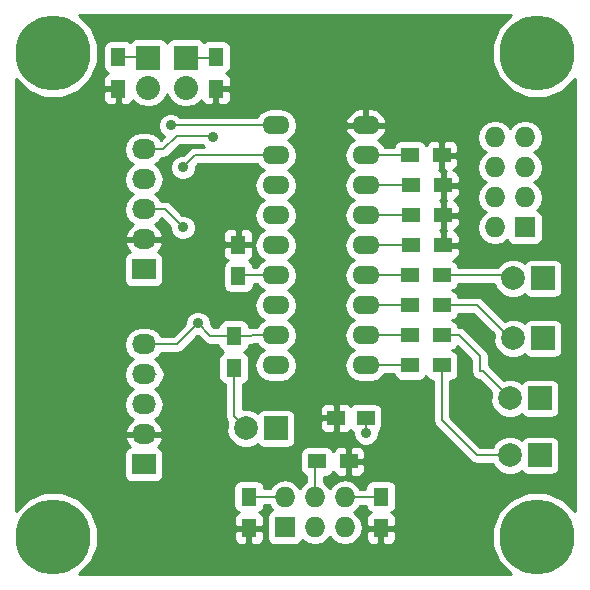
<source format=gbr>
G04 #@! TF.FileFunction,Copper,L1,Top,Signal*
%FSLAX46Y46*%
G04 Gerber Fmt 4.6, Leading zero omitted, Abs format (unit mm)*
G04 Created by KiCad (PCBNEW (after 2015-mar-04 BZR unknown)-product) date 1/17/2017 1:11:58 PM*
%MOMM*%
G01*
G04 APERTURE LIST*
%ADD10C,0.150000*%
%ADD11O,2.300000X1.600000*%
%ADD12R,1.300000X1.500000*%
%ADD13R,1.500000X1.300000*%
%ADD14C,6.350000*%
%ADD15R,1.500000X1.250000*%
%ADD16R,2.032000X2.032000*%
%ADD17O,2.032000X2.032000*%
%ADD18R,1.727200X1.727200*%
%ADD19O,1.727200X1.727200*%
%ADD20R,2.000000X2.000000*%
%ADD21C,2.000000*%
%ADD22R,2.032000X1.727200*%
%ADD23O,2.032000X1.727200*%
%ADD24C,0.889000*%
%ADD25C,0.203200*%
%ADD26C,0.254000*%
G04 APERTURE END LIST*
D10*
D11*
X22860000Y-10160000D03*
X22860000Y-12700000D03*
X22860000Y-15240000D03*
X22860000Y-17780000D03*
X22860000Y-20320000D03*
X22860000Y-22860000D03*
X22860000Y-25400000D03*
X22860000Y-27940000D03*
X22860000Y-30480000D03*
X30480000Y-30480000D03*
X30480000Y-27940000D03*
X30480000Y-25400000D03*
X30480000Y-22860000D03*
X30480000Y-20320000D03*
X30480000Y-17780000D03*
X30480000Y-15240000D03*
X30480000Y-12700000D03*
X30480000Y-10160000D03*
D12*
X20574000Y-44276000D03*
X20574000Y-41576000D03*
D13*
X29036000Y-38608000D03*
X26336000Y-38608000D03*
D12*
X31750000Y-44276000D03*
X31750000Y-41576000D03*
X9525000Y-7065000D03*
X9525000Y-4365000D03*
X17780000Y-7065000D03*
X17780000Y-4365000D03*
X19304000Y-30687000D03*
X19304000Y-27987000D03*
D13*
X34210000Y-12700000D03*
X36910000Y-12700000D03*
X34337000Y-15240000D03*
X37037000Y-15240000D03*
X34337000Y-17780000D03*
X37037000Y-17780000D03*
X34337000Y-20320000D03*
X37037000Y-20320000D03*
X36910000Y-22860000D03*
X34210000Y-22860000D03*
X36910000Y-25400000D03*
X34210000Y-25400000D03*
X36910000Y-27940000D03*
X34210000Y-27940000D03*
X36910000Y-30480000D03*
X34210000Y-30480000D03*
D14*
X4000000Y-45000000D03*
X4000000Y-4000000D03*
X45000000Y-45000000D03*
X45000000Y-4000000D03*
D12*
X19685000Y-20240000D03*
X19685000Y-22940000D03*
D15*
X27960000Y-34925000D03*
X30460000Y-34925000D03*
D16*
X12065000Y-4445000D03*
D17*
X12065000Y-6985000D03*
D16*
X15240000Y-4445000D03*
D17*
X15240000Y-6985000D03*
D18*
X43942000Y-18796000D03*
D19*
X41402000Y-18796000D03*
X43942000Y-16256000D03*
X41402000Y-16256000D03*
X43942000Y-13716000D03*
X41402000Y-13716000D03*
X43942000Y-11176000D03*
X41402000Y-11176000D03*
D20*
X45212000Y-38100000D03*
D21*
X42672000Y-38100000D03*
D20*
X45212000Y-33274000D03*
D21*
X42672000Y-33274000D03*
D20*
X45466000Y-28194000D03*
D21*
X42926000Y-28194000D03*
D20*
X45466000Y-23114000D03*
D21*
X42926000Y-23114000D03*
D20*
X22860000Y-35814000D03*
D21*
X20320000Y-35814000D03*
D18*
X23622000Y-44196000D03*
D19*
X23622000Y-41656000D03*
X26162000Y-44196000D03*
X26162000Y-41656000D03*
X28702000Y-44196000D03*
X28702000Y-41656000D03*
D22*
X11684000Y-22352000D03*
D23*
X11684000Y-19812000D03*
X11684000Y-17272000D03*
X11684000Y-14732000D03*
X11684000Y-12192000D03*
D22*
X11684000Y-38862000D03*
D23*
X11684000Y-36322000D03*
X11684000Y-33782000D03*
X11684000Y-31242000D03*
X11684000Y-28702000D03*
D24*
X13970000Y-10160000D03*
X14986000Y-18796000D03*
X14986000Y-13716000D03*
X30480000Y-36195000D03*
X16256000Y-26924000D03*
X17526000Y-11176000D03*
D25*
X20574000Y-41576000D02*
X23542000Y-41576000D01*
X23542000Y-41576000D02*
X23622000Y-41656000D01*
X26162000Y-41656000D02*
X26162000Y-38782000D01*
X26162000Y-38782000D02*
X26336000Y-38608000D01*
X28702000Y-41656000D02*
X28702000Y-41148000D01*
X28702000Y-41656000D02*
X31670000Y-41656000D01*
X31670000Y-41656000D02*
X31750000Y-41576000D01*
X22860000Y-22860000D02*
X19765000Y-22860000D01*
X19765000Y-22860000D02*
X19685000Y-22940000D01*
X11684000Y-31242000D02*
X12700000Y-31242000D01*
X22860000Y-10160000D02*
X13970000Y-10160000D01*
X13462000Y-17272000D02*
X14986000Y-18796000D01*
X11684000Y-17272000D02*
X13462000Y-17272000D01*
X16002000Y-12700000D02*
X14986000Y-13716000D01*
X22860000Y-12700000D02*
X16002000Y-12700000D01*
X30460000Y-34925000D02*
X30460000Y-36175000D01*
X30460000Y-36175000D02*
X30480000Y-36195000D01*
X30480000Y-22860000D02*
X34210000Y-22860000D01*
X30480000Y-25400000D02*
X34210000Y-25400000D01*
X30480000Y-27940000D02*
X34210000Y-27940000D01*
X30480000Y-30480000D02*
X34210000Y-30480000D01*
X30480000Y-20320000D02*
X34337000Y-20320000D01*
X30480000Y-17780000D02*
X34337000Y-17780000D01*
X30480000Y-15240000D02*
X34337000Y-15240000D01*
X30480000Y-12700000D02*
X34210000Y-12700000D01*
X9525000Y-4365000D02*
X11985000Y-4365000D01*
X11985000Y-4365000D02*
X12065000Y-4445000D01*
X15240000Y-4445000D02*
X17700000Y-4445000D01*
X17700000Y-4445000D02*
X17780000Y-4365000D01*
X36910000Y-35132000D02*
X39878000Y-38100000D01*
X39878000Y-38100000D02*
X42672000Y-38100000D01*
X36910000Y-30480000D02*
X36910000Y-35132000D01*
X38354000Y-27940000D02*
X40132000Y-29718000D01*
X40132000Y-29718000D02*
X40132000Y-30988000D01*
X36910000Y-27940000D02*
X38354000Y-27940000D01*
X40386000Y-30988000D02*
X42672000Y-33274000D01*
X40132000Y-30988000D02*
X40386000Y-30988000D01*
X39878000Y-25400000D02*
X36910000Y-25400000D01*
X42672000Y-28194000D02*
X39878000Y-25400000D01*
X42926000Y-28194000D02*
X42672000Y-28194000D01*
X42672000Y-22860000D02*
X42926000Y-23114000D01*
X36910000Y-22860000D02*
X42672000Y-22860000D01*
X20193000Y-35687000D02*
X20320000Y-35814000D01*
X19304000Y-34798000D02*
X20320000Y-35814000D01*
X19304000Y-30687000D02*
X19304000Y-34798000D01*
X19304000Y-27987000D02*
X17319000Y-27987000D01*
X17319000Y-27987000D02*
X16256000Y-26924000D01*
X11684000Y-28702000D02*
X14478000Y-28702000D01*
X14478000Y-28702000D02*
X16256000Y-26924000D01*
X10922000Y-12192000D02*
X11684000Y-12192000D01*
X20781000Y-27987000D02*
X19304000Y-27987000D01*
X20828000Y-27940000D02*
X20781000Y-27987000D01*
X22860000Y-27940000D02*
X20828000Y-27940000D01*
X13335000Y-12192000D02*
X14478000Y-11049000D01*
X14478000Y-11049000D02*
X17399000Y-11049000D01*
X17399000Y-11049000D02*
X17526000Y-11176000D01*
X11684000Y-12192000D02*
X13335000Y-12192000D01*
D26*
G36*
X48174500Y-42787183D02*
X47161009Y-41771923D01*
X47113440Y-41752170D01*
X47113440Y-29194000D01*
X47113440Y-27194000D01*
X47066463Y-26951877D01*
X46926673Y-26739073D01*
X46715640Y-26596623D01*
X46466000Y-26546560D01*
X44466000Y-26546560D01*
X44223877Y-26593537D01*
X44011073Y-26733327D01*
X43917089Y-26872559D01*
X43853363Y-26808722D01*
X43252648Y-26559284D01*
X42602205Y-26558716D01*
X42231569Y-26711859D01*
X40398855Y-24879145D01*
X40159885Y-24719470D01*
X39878000Y-24663400D01*
X38290637Y-24663400D01*
X38260463Y-24507877D01*
X38120673Y-24295073D01*
X37909640Y-24152623D01*
X37799090Y-24130453D01*
X37902123Y-24110463D01*
X38114927Y-23970673D01*
X38257377Y-23759640D01*
X38290073Y-23596600D01*
X41356333Y-23596600D01*
X41539106Y-24038943D01*
X41998637Y-24499278D01*
X42599352Y-24748716D01*
X43249795Y-24749284D01*
X43850943Y-24500894D01*
X43917193Y-24434759D01*
X44005327Y-24568927D01*
X44216360Y-24711377D01*
X44466000Y-24761440D01*
X46466000Y-24761440D01*
X46708123Y-24714463D01*
X46920927Y-24574673D01*
X47063377Y-24363640D01*
X47113440Y-24114000D01*
X47113440Y-22114000D01*
X47066463Y-21871877D01*
X46926673Y-21659073D01*
X46715640Y-21516623D01*
X46466000Y-21466560D01*
X45469959Y-21466560D01*
X45469959Y-16256000D01*
X45355885Y-15682511D01*
X45031029Y-15196330D01*
X44716248Y-14986000D01*
X45031029Y-14775670D01*
X45355885Y-14289489D01*
X45469959Y-13716000D01*
X45355885Y-13142511D01*
X45031029Y-12656330D01*
X44716248Y-12446000D01*
X45031029Y-12235670D01*
X45355885Y-11749489D01*
X45469959Y-11176000D01*
X45355885Y-10602511D01*
X45031029Y-10116330D01*
X44544848Y-9791474D01*
X43971359Y-9677400D01*
X43912641Y-9677400D01*
X43339152Y-9791474D01*
X42852971Y-10116330D01*
X42672000Y-10387172D01*
X42491029Y-10116330D01*
X42004848Y-9791474D01*
X41431359Y-9677400D01*
X41372641Y-9677400D01*
X40799152Y-9791474D01*
X40312971Y-10116330D01*
X39988115Y-10602511D01*
X39874041Y-11176000D01*
X39988115Y-11749489D01*
X40312971Y-12235670D01*
X40627751Y-12446000D01*
X40312971Y-12656330D01*
X39988115Y-13142511D01*
X39874041Y-13716000D01*
X39988115Y-14289489D01*
X40312971Y-14775670D01*
X40627751Y-14986000D01*
X40312971Y-15196330D01*
X39988115Y-15682511D01*
X39874041Y-16256000D01*
X39988115Y-16829489D01*
X40312971Y-17315670D01*
X40627751Y-17526000D01*
X40312971Y-17736330D01*
X39988115Y-18222511D01*
X39874041Y-18796000D01*
X39988115Y-19369489D01*
X40312971Y-19855670D01*
X40799152Y-20180526D01*
X41372641Y-20294600D01*
X41431359Y-20294600D01*
X42004848Y-20180526D01*
X42471529Y-19868699D01*
X42477937Y-19901723D01*
X42617727Y-20114527D01*
X42828760Y-20256977D01*
X43078400Y-20307040D01*
X44805600Y-20307040D01*
X45047723Y-20260063D01*
X45260527Y-20120273D01*
X45402977Y-19909240D01*
X45453040Y-19659600D01*
X45453040Y-17932400D01*
X45406063Y-17690277D01*
X45266273Y-17477473D01*
X45055240Y-17335023D01*
X45014340Y-17326820D01*
X45031029Y-17315670D01*
X45355885Y-16829489D01*
X45469959Y-16256000D01*
X45469959Y-21466560D01*
X44466000Y-21466560D01*
X44223877Y-21513537D01*
X44011073Y-21653327D01*
X43917089Y-21792559D01*
X43853363Y-21728722D01*
X43252648Y-21479284D01*
X42602205Y-21478716D01*
X42001057Y-21727106D01*
X41604069Y-22123400D01*
X38290637Y-22123400D01*
X38260463Y-21967877D01*
X38120673Y-21755073D01*
X37909640Y-21612623D01*
X37871627Y-21605000D01*
X37913309Y-21605000D01*
X38146698Y-21508327D01*
X38325327Y-21329699D01*
X38422000Y-21096310D01*
X38422000Y-20843691D01*
X38422000Y-20605750D01*
X38422000Y-20034250D01*
X38422000Y-19796309D01*
X38422000Y-19543690D01*
X38325327Y-19310301D01*
X38146698Y-19131673D01*
X37949522Y-19050000D01*
X38146698Y-18968327D01*
X38325327Y-18789699D01*
X38422000Y-18556310D01*
X38422000Y-18303691D01*
X38422000Y-18065750D01*
X38422000Y-17494250D01*
X38422000Y-17256309D01*
X38422000Y-17003690D01*
X38325327Y-16770301D01*
X38146698Y-16591673D01*
X37949522Y-16510000D01*
X38146698Y-16428327D01*
X38325327Y-16249699D01*
X38422000Y-16016310D01*
X38422000Y-15763691D01*
X38422000Y-15525750D01*
X38422000Y-14954250D01*
X38422000Y-14716309D01*
X38422000Y-14463690D01*
X38325327Y-14230301D01*
X38146698Y-14051673D01*
X37913309Y-13955000D01*
X37858735Y-13955000D01*
X38019698Y-13888327D01*
X38198327Y-13709699D01*
X38295000Y-13476310D01*
X38295000Y-13223691D01*
X38295000Y-12985750D01*
X38295000Y-12414250D01*
X38295000Y-12176309D01*
X38295000Y-11923690D01*
X38198327Y-11690301D01*
X38019698Y-11511673D01*
X37786309Y-11415000D01*
X37195750Y-11415000D01*
X37037000Y-11573750D01*
X37037000Y-12573000D01*
X38136250Y-12573000D01*
X38295000Y-12414250D01*
X38295000Y-12985750D01*
X38136250Y-12827000D01*
X37037000Y-12827000D01*
X37037000Y-13826250D01*
X37195750Y-13985000D01*
X37292750Y-13985000D01*
X37164000Y-14113750D01*
X37164000Y-15113000D01*
X38263250Y-15113000D01*
X38422000Y-14954250D01*
X38422000Y-15525750D01*
X38263250Y-15367000D01*
X37164000Y-15367000D01*
X37164000Y-16366250D01*
X37307750Y-16510000D01*
X37164000Y-16653750D01*
X37164000Y-17653000D01*
X38263250Y-17653000D01*
X38422000Y-17494250D01*
X38422000Y-18065750D01*
X38263250Y-17907000D01*
X37164000Y-17907000D01*
X37164000Y-18906250D01*
X37307750Y-19050000D01*
X37164000Y-19193750D01*
X37164000Y-20193000D01*
X38263250Y-20193000D01*
X38422000Y-20034250D01*
X38422000Y-20605750D01*
X38263250Y-20447000D01*
X37164000Y-20447000D01*
X37164000Y-20467000D01*
X36910000Y-20467000D01*
X36910000Y-20447000D01*
X36890000Y-20447000D01*
X36890000Y-20193000D01*
X36910000Y-20193000D01*
X36910000Y-19193750D01*
X36766250Y-19050000D01*
X36910000Y-18906250D01*
X36910000Y-17907000D01*
X36890000Y-17907000D01*
X36890000Y-17653000D01*
X36910000Y-17653000D01*
X36910000Y-16653750D01*
X36766250Y-16510000D01*
X36910000Y-16366250D01*
X36910000Y-15367000D01*
X36890000Y-15367000D01*
X36890000Y-15113000D01*
X36910000Y-15113000D01*
X36910000Y-14113750D01*
X36751250Y-13955000D01*
X36654250Y-13955000D01*
X36783000Y-13826250D01*
X36783000Y-12827000D01*
X36763000Y-12827000D01*
X36763000Y-12573000D01*
X36783000Y-12573000D01*
X36783000Y-11573750D01*
X36624250Y-11415000D01*
X36033691Y-11415000D01*
X35800302Y-11511673D01*
X35621673Y-11690301D01*
X35564453Y-11828442D01*
X35560463Y-11807877D01*
X35420673Y-11595073D01*
X35209640Y-11452623D01*
X34960000Y-11402560D01*
X33460000Y-11402560D01*
X33217877Y-11449537D01*
X33005073Y-11589327D01*
X32862623Y-11800360D01*
X32829926Y-11963400D01*
X32065487Y-11963400D01*
X31879668Y-11685302D01*
X31501848Y-11432850D01*
X31934500Y-11084896D01*
X32204367Y-10591819D01*
X32221904Y-10509039D01*
X32221904Y-9810961D01*
X32204367Y-9728181D01*
X31934500Y-9235104D01*
X31496483Y-8882834D01*
X30957000Y-8725000D01*
X30607000Y-8725000D01*
X30607000Y-10033000D01*
X32099915Y-10033000D01*
X32221904Y-9810961D01*
X32221904Y-10509039D01*
X32099915Y-10287000D01*
X30607000Y-10287000D01*
X30607000Y-10307000D01*
X30353000Y-10307000D01*
X30353000Y-10287000D01*
X30353000Y-10033000D01*
X30353000Y-8725000D01*
X30003000Y-8725000D01*
X29463517Y-8882834D01*
X29025500Y-9235104D01*
X28755633Y-9728181D01*
X28738096Y-9810961D01*
X28860085Y-10033000D01*
X30353000Y-10033000D01*
X30353000Y-10287000D01*
X28860085Y-10287000D01*
X28738096Y-10509039D01*
X28755633Y-10591819D01*
X29025500Y-11084896D01*
X29458151Y-11432850D01*
X29080332Y-11685302D01*
X28769263Y-12150849D01*
X28660030Y-12700000D01*
X28769263Y-13249151D01*
X29080332Y-13714698D01*
X29462417Y-13970000D01*
X29080332Y-14225302D01*
X28769263Y-14690849D01*
X28660030Y-15240000D01*
X28769263Y-15789151D01*
X29080332Y-16254698D01*
X29462417Y-16510000D01*
X29080332Y-16765302D01*
X28769263Y-17230849D01*
X28660030Y-17780000D01*
X28769263Y-18329151D01*
X29080332Y-18794698D01*
X29462417Y-19050000D01*
X29080332Y-19305302D01*
X28769263Y-19770849D01*
X28660030Y-20320000D01*
X28769263Y-20869151D01*
X29080332Y-21334698D01*
X29462417Y-21590000D01*
X29080332Y-21845302D01*
X28769263Y-22310849D01*
X28660030Y-22860000D01*
X28769263Y-23409151D01*
X29080332Y-23874698D01*
X29462417Y-24130000D01*
X29080332Y-24385302D01*
X28769263Y-24850849D01*
X28660030Y-25400000D01*
X28769263Y-25949151D01*
X29080332Y-26414698D01*
X29462417Y-26670000D01*
X29080332Y-26925302D01*
X28769263Y-27390849D01*
X28660030Y-27940000D01*
X28769263Y-28489151D01*
X29080332Y-28954698D01*
X29462417Y-29210000D01*
X29080332Y-29465302D01*
X28769263Y-29930849D01*
X28660030Y-30480000D01*
X28769263Y-31029151D01*
X29080332Y-31494698D01*
X29545879Y-31805767D01*
X30095030Y-31915000D01*
X30864970Y-31915000D01*
X31414121Y-31805767D01*
X31879668Y-31494698D01*
X32065487Y-31216600D01*
X32829362Y-31216600D01*
X32859537Y-31372123D01*
X32999327Y-31584927D01*
X33210360Y-31727377D01*
X33460000Y-31777440D01*
X34960000Y-31777440D01*
X35202123Y-31730463D01*
X35414927Y-31590673D01*
X35557377Y-31379640D01*
X35559216Y-31370469D01*
X35559537Y-31372123D01*
X35699327Y-31584927D01*
X35910360Y-31727377D01*
X36160000Y-31777440D01*
X36173400Y-31777440D01*
X36173400Y-35132000D01*
X36229470Y-35413885D01*
X36389145Y-35652855D01*
X39357145Y-38620855D01*
X39596115Y-38780530D01*
X39596116Y-38780530D01*
X39878000Y-38836600D01*
X41207284Y-38836600D01*
X41285106Y-39024943D01*
X41744637Y-39485278D01*
X42345352Y-39734716D01*
X42995795Y-39735284D01*
X43596943Y-39486894D01*
X43663193Y-39420759D01*
X43751327Y-39554927D01*
X43962360Y-39697377D01*
X44212000Y-39747440D01*
X46212000Y-39747440D01*
X46454123Y-39700463D01*
X46666927Y-39560673D01*
X46809377Y-39349640D01*
X46859440Y-39100000D01*
X46859440Y-37100000D01*
X46812463Y-36857877D01*
X46672673Y-36645073D01*
X46461640Y-36502623D01*
X46212000Y-36452560D01*
X44212000Y-36452560D01*
X43969877Y-36499537D01*
X43757073Y-36639327D01*
X43663089Y-36778559D01*
X43599363Y-36714722D01*
X42998648Y-36465284D01*
X42348205Y-36464716D01*
X41747057Y-36713106D01*
X41286722Y-37172637D01*
X41207510Y-37363400D01*
X40183110Y-37363400D01*
X37646600Y-34826890D01*
X37646600Y-31777440D01*
X37660000Y-31777440D01*
X37902123Y-31730463D01*
X38114927Y-31590673D01*
X38257377Y-31379640D01*
X38307440Y-31130000D01*
X38307440Y-29830000D01*
X38260463Y-29587877D01*
X38120673Y-29375073D01*
X37909640Y-29232623D01*
X37799090Y-29210453D01*
X37902123Y-29190463D01*
X38114927Y-29050673D01*
X38239062Y-28866772D01*
X39395400Y-30023110D01*
X39395400Y-30988000D01*
X39451470Y-31269885D01*
X39611145Y-31508855D01*
X39850115Y-31668530D01*
X40068199Y-31711909D01*
X41115434Y-32759144D01*
X41037284Y-32947352D01*
X41036716Y-33597795D01*
X41285106Y-34198943D01*
X41744637Y-34659278D01*
X42345352Y-34908716D01*
X42995795Y-34909284D01*
X43596943Y-34660894D01*
X43663193Y-34594759D01*
X43751327Y-34728927D01*
X43962360Y-34871377D01*
X44212000Y-34921440D01*
X46212000Y-34921440D01*
X46454123Y-34874463D01*
X46666927Y-34734673D01*
X46809377Y-34523640D01*
X46859440Y-34274000D01*
X46859440Y-32274000D01*
X46812463Y-32031877D01*
X46672673Y-31819073D01*
X46461640Y-31676623D01*
X46212000Y-31626560D01*
X44212000Y-31626560D01*
X43969877Y-31673537D01*
X43757073Y-31813327D01*
X43663089Y-31952559D01*
X43599363Y-31888722D01*
X42998648Y-31639284D01*
X42348205Y-31638716D01*
X42157304Y-31717594D01*
X40906855Y-30467145D01*
X40868600Y-30441583D01*
X40868600Y-29718000D01*
X40812530Y-29436116D01*
X40812530Y-29436115D01*
X40652855Y-29197145D01*
X38874855Y-27419145D01*
X38635885Y-27259470D01*
X38354000Y-27203400D01*
X38290637Y-27203400D01*
X38260463Y-27047877D01*
X38120673Y-26835073D01*
X37909640Y-26692623D01*
X37799090Y-26670453D01*
X37902123Y-26650463D01*
X38114927Y-26510673D01*
X38257377Y-26299640D01*
X38290073Y-26136600D01*
X39572890Y-26136600D01*
X41294909Y-27858619D01*
X41291284Y-27867352D01*
X41290716Y-28517795D01*
X41539106Y-29118943D01*
X41998637Y-29579278D01*
X42599352Y-29828716D01*
X43249795Y-29829284D01*
X43850943Y-29580894D01*
X43917193Y-29514759D01*
X44005327Y-29648927D01*
X44216360Y-29791377D01*
X44466000Y-29841440D01*
X46466000Y-29841440D01*
X46708123Y-29794463D01*
X46920927Y-29654673D01*
X47063377Y-29443640D01*
X47113440Y-29194000D01*
X47113440Y-41752170D01*
X45761181Y-41190663D01*
X44245469Y-41189340D01*
X42844628Y-41768156D01*
X41771923Y-42838991D01*
X41190663Y-44238819D01*
X41189340Y-45754531D01*
X41768156Y-47155372D01*
X42785507Y-48174500D01*
X33047440Y-48174500D01*
X33047440Y-42326000D01*
X33047440Y-40826000D01*
X33000463Y-40583877D01*
X32860673Y-40371073D01*
X32649640Y-40228623D01*
X32400000Y-40178560D01*
X31857440Y-40178560D01*
X31857440Y-35550000D01*
X31857440Y-34300000D01*
X31810463Y-34057877D01*
X31670673Y-33845073D01*
X31459640Y-33702623D01*
X31210000Y-33652560D01*
X29710000Y-33652560D01*
X29467877Y-33699537D01*
X29255073Y-33839327D01*
X29211662Y-33903637D01*
X29069698Y-33761673D01*
X28836309Y-33665000D01*
X28245750Y-33665000D01*
X28087000Y-33823750D01*
X28087000Y-34798000D01*
X28107000Y-34798000D01*
X28107000Y-35052000D01*
X28087000Y-35052000D01*
X28087000Y-36026250D01*
X28245750Y-36185000D01*
X28836309Y-36185000D01*
X29069698Y-36088327D01*
X29211176Y-35946849D01*
X29249327Y-36004927D01*
X29400575Y-36107021D01*
X29400313Y-36408784D01*
X29564311Y-36805689D01*
X29867714Y-37109622D01*
X30264332Y-37274313D01*
X30693784Y-37274687D01*
X31090689Y-37110689D01*
X31394622Y-36807286D01*
X31559313Y-36410668D01*
X31559601Y-36079861D01*
X31664927Y-36010673D01*
X31807377Y-35799640D01*
X31857440Y-35550000D01*
X31857440Y-40178560D01*
X31100000Y-40178560D01*
X30857877Y-40225537D01*
X30645073Y-40365327D01*
X30502623Y-40576360D01*
X30452560Y-40826000D01*
X30452560Y-40919400D01*
X30421000Y-40919400D01*
X30421000Y-39384310D01*
X30421000Y-39131691D01*
X30421000Y-38893750D01*
X30421000Y-38322250D01*
X30421000Y-38084309D01*
X30421000Y-37831690D01*
X30324327Y-37598301D01*
X30145698Y-37419673D01*
X29912309Y-37323000D01*
X29321750Y-37323000D01*
X29163000Y-37481750D01*
X29163000Y-38481000D01*
X30262250Y-38481000D01*
X30421000Y-38322250D01*
X30421000Y-38893750D01*
X30262250Y-38735000D01*
X29163000Y-38735000D01*
X29163000Y-39734250D01*
X29321750Y-39893000D01*
X29912309Y-39893000D01*
X30145698Y-39796327D01*
X30324327Y-39617699D01*
X30421000Y-39384310D01*
X30421000Y-40919400D01*
X29997155Y-40919400D01*
X29761670Y-40566971D01*
X29275489Y-40242115D01*
X28702000Y-40128041D01*
X28128511Y-40242115D01*
X27642330Y-40566971D01*
X27432000Y-40881751D01*
X27221670Y-40566971D01*
X26898600Y-40351102D01*
X26898600Y-39905440D01*
X27086000Y-39905440D01*
X27328123Y-39858463D01*
X27540927Y-39718673D01*
X27683377Y-39507640D01*
X27689479Y-39477208D01*
X27747673Y-39617699D01*
X27926302Y-39796327D01*
X28159691Y-39893000D01*
X28750250Y-39893000D01*
X28909000Y-39734250D01*
X28909000Y-38735000D01*
X28889000Y-38735000D01*
X28889000Y-38481000D01*
X28909000Y-38481000D01*
X28909000Y-37481750D01*
X28750250Y-37323000D01*
X28159691Y-37323000D01*
X27926302Y-37419673D01*
X27833000Y-37512974D01*
X27833000Y-36026250D01*
X27833000Y-35052000D01*
X27833000Y-34798000D01*
X27833000Y-33823750D01*
X27674250Y-33665000D01*
X27083691Y-33665000D01*
X26850302Y-33761673D01*
X26671673Y-33940301D01*
X26575000Y-34173690D01*
X26575000Y-34426309D01*
X26575000Y-34639250D01*
X26733750Y-34798000D01*
X27833000Y-34798000D01*
X27833000Y-35052000D01*
X26733750Y-35052000D01*
X26575000Y-35210750D01*
X26575000Y-35423691D01*
X26575000Y-35676310D01*
X26671673Y-35909699D01*
X26850302Y-36088327D01*
X27083691Y-36185000D01*
X27674250Y-36185000D01*
X27833000Y-36026250D01*
X27833000Y-37512974D01*
X27747673Y-37598301D01*
X27690453Y-37736442D01*
X27686463Y-37715877D01*
X27546673Y-37503073D01*
X27335640Y-37360623D01*
X27086000Y-37310560D01*
X25586000Y-37310560D01*
X25343877Y-37357537D01*
X25131073Y-37497327D01*
X24988623Y-37708360D01*
X24938560Y-37958000D01*
X24938560Y-39258000D01*
X24985537Y-39500123D01*
X25125327Y-39712927D01*
X25336360Y-39855377D01*
X25425400Y-39873233D01*
X25425400Y-40351102D01*
X25102330Y-40566971D01*
X24892000Y-40881751D01*
X24681670Y-40566971D01*
X24679970Y-40565835D01*
X24679970Y-30480000D01*
X24570737Y-29930849D01*
X24259668Y-29465302D01*
X23877582Y-29210000D01*
X24259668Y-28954698D01*
X24570737Y-28489151D01*
X24679970Y-27940000D01*
X24570737Y-27390849D01*
X24259668Y-26925302D01*
X23877582Y-26670000D01*
X24259668Y-26414698D01*
X24570737Y-25949151D01*
X24679970Y-25400000D01*
X24570737Y-24850849D01*
X24259668Y-24385302D01*
X23877582Y-24130000D01*
X24259668Y-23874698D01*
X24570737Y-23409151D01*
X24679970Y-22860000D01*
X24570737Y-22310849D01*
X24259668Y-21845302D01*
X23877582Y-21590000D01*
X24259668Y-21334698D01*
X24570737Y-20869151D01*
X24679970Y-20320000D01*
X24570737Y-19770849D01*
X24259668Y-19305302D01*
X23877582Y-19050000D01*
X24259668Y-18794698D01*
X24570737Y-18329151D01*
X24679970Y-17780000D01*
X24570737Y-17230849D01*
X24259668Y-16765302D01*
X23877582Y-16510000D01*
X24259668Y-16254698D01*
X24570737Y-15789151D01*
X24679970Y-15240000D01*
X24570737Y-14690849D01*
X24259668Y-14225302D01*
X23877582Y-13970000D01*
X24259668Y-13714698D01*
X24570737Y-13249151D01*
X24679970Y-12700000D01*
X24570737Y-12150849D01*
X24259668Y-11685302D01*
X23877582Y-11430000D01*
X24259668Y-11174698D01*
X24570737Y-10709151D01*
X24679970Y-10160000D01*
X24570737Y-9610849D01*
X24259668Y-9145302D01*
X23794121Y-8834233D01*
X23244970Y-8725000D01*
X22475030Y-8725000D01*
X21925879Y-8834233D01*
X21460332Y-9145302D01*
X21274512Y-9423400D01*
X19077440Y-9423400D01*
X19077440Y-5115000D01*
X19077440Y-3615000D01*
X19030463Y-3372877D01*
X18890673Y-3160073D01*
X18679640Y-3017623D01*
X18430000Y-2967560D01*
X17130000Y-2967560D01*
X16887877Y-3014537D01*
X16786848Y-3080902D01*
X16716673Y-2974073D01*
X16505640Y-2831623D01*
X16256000Y-2781560D01*
X14224000Y-2781560D01*
X13981877Y-2828537D01*
X13769073Y-2968327D01*
X13651913Y-3141893D01*
X13541673Y-2974073D01*
X13330640Y-2831623D01*
X13081000Y-2781560D01*
X11049000Y-2781560D01*
X10806877Y-2828537D01*
X10594073Y-2968327D01*
X10518177Y-3080762D01*
X10424640Y-3017623D01*
X10175000Y-2967560D01*
X8875000Y-2967560D01*
X8632877Y-3014537D01*
X8420073Y-3154327D01*
X8277623Y-3365360D01*
X8227560Y-3615000D01*
X8227560Y-5115000D01*
X8274537Y-5357123D01*
X8414327Y-5569927D01*
X8625360Y-5712377D01*
X8655791Y-5718479D01*
X8515301Y-5776673D01*
X8336673Y-5955302D01*
X8240000Y-6188691D01*
X8240000Y-6779250D01*
X8398750Y-6938000D01*
X9398000Y-6938000D01*
X9398000Y-6918000D01*
X9652000Y-6918000D01*
X9652000Y-6938000D01*
X9672000Y-6938000D01*
X9672000Y-7192000D01*
X9652000Y-7192000D01*
X9652000Y-8291250D01*
X9810750Y-8450000D01*
X10048691Y-8450000D01*
X10301310Y-8450000D01*
X10534699Y-8353327D01*
X10713327Y-8174698D01*
X10777147Y-8020620D01*
X10865222Y-8152433D01*
X11400845Y-8510325D01*
X12032655Y-8636000D01*
X12097345Y-8636000D01*
X12729155Y-8510325D01*
X13264778Y-8152433D01*
X13622670Y-7616810D01*
X13652500Y-7466844D01*
X13682330Y-7616810D01*
X14040222Y-8152433D01*
X14575845Y-8510325D01*
X15207655Y-8636000D01*
X15272345Y-8636000D01*
X15904155Y-8510325D01*
X16439778Y-8152433D01*
X16527852Y-8020620D01*
X16591673Y-8174698D01*
X16770301Y-8353327D01*
X17003690Y-8450000D01*
X17256309Y-8450000D01*
X17494250Y-8450000D01*
X17653000Y-8291250D01*
X17653000Y-7192000D01*
X17633000Y-7192000D01*
X17633000Y-6938000D01*
X17653000Y-6938000D01*
X17653000Y-6918000D01*
X17907000Y-6918000D01*
X17907000Y-6938000D01*
X18906250Y-6938000D01*
X19065000Y-6779250D01*
X19065000Y-6188691D01*
X18968327Y-5955302D01*
X18789699Y-5776673D01*
X18651557Y-5719453D01*
X18672123Y-5715463D01*
X18884927Y-5575673D01*
X19027377Y-5364640D01*
X19077440Y-5115000D01*
X19077440Y-9423400D01*
X19065000Y-9423400D01*
X19065000Y-7941309D01*
X19065000Y-7350750D01*
X18906250Y-7192000D01*
X17907000Y-7192000D01*
X17907000Y-8291250D01*
X18065750Y-8450000D01*
X18303691Y-8450000D01*
X18556310Y-8450000D01*
X18789699Y-8353327D01*
X18968327Y-8174698D01*
X19065000Y-7941309D01*
X19065000Y-9423400D01*
X14759997Y-9423400D01*
X14582286Y-9245378D01*
X14185668Y-9080687D01*
X13756216Y-9080313D01*
X13359311Y-9244311D01*
X13055378Y-9547714D01*
X12890687Y-9944332D01*
X12890313Y-10373784D01*
X13054311Y-10770689D01*
X13357714Y-11074622D01*
X13395131Y-11090158D01*
X13098463Y-11386826D01*
X12928415Y-11132330D01*
X12442234Y-10807474D01*
X11868745Y-10693400D01*
X11499255Y-10693400D01*
X10925766Y-10807474D01*
X10439585Y-11132330D01*
X10114729Y-11618511D01*
X10000655Y-12192000D01*
X10114729Y-12765489D01*
X10439585Y-13251670D01*
X10754365Y-13462000D01*
X10439585Y-13672330D01*
X10114729Y-14158511D01*
X10000655Y-14732000D01*
X10114729Y-15305489D01*
X10439585Y-15791670D01*
X10754365Y-16002000D01*
X10439585Y-16212330D01*
X10114729Y-16698511D01*
X10000655Y-17272000D01*
X10114729Y-17845489D01*
X10439585Y-18331670D01*
X10749069Y-18538460D01*
X10333268Y-18909964D01*
X10079291Y-19437209D01*
X10076642Y-19452974D01*
X10197783Y-19685000D01*
X11557000Y-19685000D01*
X11557000Y-19665000D01*
X11811000Y-19665000D01*
X11811000Y-19685000D01*
X13170217Y-19685000D01*
X13291358Y-19452974D01*
X13288709Y-19437209D01*
X13034732Y-18909964D01*
X12618930Y-18538460D01*
X12928415Y-18331670D01*
X13144283Y-18008600D01*
X13156890Y-18008600D01*
X13906532Y-18758242D01*
X13906313Y-19009784D01*
X14070311Y-19406689D01*
X14373714Y-19710622D01*
X14770332Y-19875313D01*
X15199784Y-19875687D01*
X15596689Y-19711689D01*
X15900622Y-19408286D01*
X16065313Y-19011668D01*
X16065687Y-18582216D01*
X15901689Y-18185311D01*
X15598286Y-17881378D01*
X15201668Y-17716687D01*
X14948176Y-17716466D01*
X13982855Y-16751145D01*
X13743885Y-16591470D01*
X13462000Y-16535400D01*
X13144283Y-16535400D01*
X12928415Y-16212330D01*
X12613634Y-16002000D01*
X12928415Y-15791670D01*
X13253271Y-15305489D01*
X13367345Y-14732000D01*
X13253271Y-14158511D01*
X12928415Y-13672330D01*
X12613634Y-13462000D01*
X12928415Y-13251670D01*
X13144283Y-12928600D01*
X13335000Y-12928600D01*
X13616885Y-12872530D01*
X13855855Y-12712855D01*
X14783110Y-11785600D01*
X16609861Y-11785600D01*
X16610311Y-11786689D01*
X16786713Y-11963400D01*
X16002000Y-11963400D01*
X15720115Y-12019470D01*
X15481145Y-12179145D01*
X15023757Y-12636532D01*
X14772216Y-12636313D01*
X14375311Y-12800311D01*
X14071378Y-13103714D01*
X13906687Y-13500332D01*
X13906313Y-13929784D01*
X14070311Y-14326689D01*
X14373714Y-14630622D01*
X14770332Y-14795313D01*
X15199784Y-14795687D01*
X15596689Y-14631689D01*
X15900622Y-14328286D01*
X16065313Y-13931668D01*
X16065533Y-13678176D01*
X16307110Y-13436600D01*
X21274512Y-13436600D01*
X21460332Y-13714698D01*
X21842417Y-13970000D01*
X21460332Y-14225302D01*
X21149263Y-14690849D01*
X21040030Y-15240000D01*
X21149263Y-15789151D01*
X21460332Y-16254698D01*
X21842417Y-16510000D01*
X21460332Y-16765302D01*
X21149263Y-17230849D01*
X21040030Y-17780000D01*
X21149263Y-18329151D01*
X21460332Y-18794698D01*
X21842417Y-19050000D01*
X21460332Y-19305302D01*
X21149263Y-19770849D01*
X21040030Y-20320000D01*
X21149263Y-20869151D01*
X21460332Y-21334698D01*
X21842417Y-21590000D01*
X21460332Y-21845302D01*
X21274512Y-22123400D01*
X20969518Y-22123400D01*
X20935463Y-21947877D01*
X20795673Y-21735073D01*
X20584640Y-21592623D01*
X20554208Y-21586520D01*
X20694699Y-21528327D01*
X20873327Y-21349698D01*
X20970000Y-21116309D01*
X20970000Y-20525750D01*
X20970000Y-19954250D01*
X20970000Y-19363691D01*
X20873327Y-19130302D01*
X20694699Y-18951673D01*
X20461310Y-18855000D01*
X20208691Y-18855000D01*
X19970750Y-18855000D01*
X19812000Y-19013750D01*
X19812000Y-20113000D01*
X20811250Y-20113000D01*
X20970000Y-19954250D01*
X20970000Y-20525750D01*
X20811250Y-20367000D01*
X19812000Y-20367000D01*
X19812000Y-20387000D01*
X19558000Y-20387000D01*
X19558000Y-20367000D01*
X19558000Y-20113000D01*
X19558000Y-19013750D01*
X19399250Y-18855000D01*
X19161309Y-18855000D01*
X18908690Y-18855000D01*
X18675301Y-18951673D01*
X18496673Y-19130302D01*
X18400000Y-19363691D01*
X18400000Y-19954250D01*
X18558750Y-20113000D01*
X19558000Y-20113000D01*
X19558000Y-20367000D01*
X18558750Y-20367000D01*
X18400000Y-20525750D01*
X18400000Y-21116309D01*
X18496673Y-21349698D01*
X18675301Y-21528327D01*
X18813442Y-21585546D01*
X18792877Y-21589537D01*
X18580073Y-21729327D01*
X18437623Y-21940360D01*
X18387560Y-22190000D01*
X18387560Y-23690000D01*
X18434537Y-23932123D01*
X18574327Y-24144927D01*
X18785360Y-24287377D01*
X19035000Y-24337440D01*
X20335000Y-24337440D01*
X20577123Y-24290463D01*
X20789927Y-24150673D01*
X20932377Y-23939640D01*
X20982440Y-23690000D01*
X20982440Y-23596600D01*
X21274512Y-23596600D01*
X21460332Y-23874698D01*
X21842417Y-24130000D01*
X21460332Y-24385302D01*
X21149263Y-24850849D01*
X21040030Y-25400000D01*
X21149263Y-25949151D01*
X21460332Y-26414698D01*
X21842417Y-26670000D01*
X21460332Y-26925302D01*
X21274512Y-27203400D01*
X20828000Y-27203400D01*
X20601440Y-27248465D01*
X20601440Y-27237000D01*
X20554463Y-26994877D01*
X20414673Y-26782073D01*
X20203640Y-26639623D01*
X19954000Y-26589560D01*
X18654000Y-26589560D01*
X18411877Y-26636537D01*
X18199073Y-26776327D01*
X18056623Y-26987360D01*
X18006560Y-27237000D01*
X18006560Y-27250400D01*
X17624110Y-27250400D01*
X17335467Y-26961757D01*
X17335687Y-26710216D01*
X17171689Y-26313311D01*
X16868286Y-26009378D01*
X16471668Y-25844687D01*
X16042216Y-25844313D01*
X15645311Y-26008311D01*
X15341378Y-26311714D01*
X15176687Y-26708332D01*
X15176466Y-26961823D01*
X14172890Y-27965400D01*
X13347440Y-27965400D01*
X13347440Y-23215600D01*
X13347440Y-21488400D01*
X13300463Y-21246277D01*
X13160673Y-21033473D01*
X12949640Y-20891023D01*
X12857354Y-20872516D01*
X13034732Y-20714036D01*
X13288709Y-20186791D01*
X13291358Y-20171026D01*
X13170217Y-19939000D01*
X11811000Y-19939000D01*
X11811000Y-19959000D01*
X11557000Y-19959000D01*
X11557000Y-19939000D01*
X10197783Y-19939000D01*
X10076642Y-20171026D01*
X10079291Y-20186791D01*
X10333268Y-20714036D01*
X10509701Y-20871673D01*
X10425877Y-20887937D01*
X10213073Y-21027727D01*
X10070623Y-21238760D01*
X10020560Y-21488400D01*
X10020560Y-23215600D01*
X10067537Y-23457723D01*
X10207327Y-23670527D01*
X10418360Y-23812977D01*
X10668000Y-23863040D01*
X12700000Y-23863040D01*
X12942123Y-23816063D01*
X13154927Y-23676273D01*
X13297377Y-23465240D01*
X13347440Y-23215600D01*
X13347440Y-27965400D01*
X13144283Y-27965400D01*
X12928415Y-27642330D01*
X12442234Y-27317474D01*
X11868745Y-27203400D01*
X11499255Y-27203400D01*
X10925766Y-27317474D01*
X10439585Y-27642330D01*
X10114729Y-28128511D01*
X10000655Y-28702000D01*
X10114729Y-29275489D01*
X10439585Y-29761670D01*
X10754365Y-29972000D01*
X10439585Y-30182330D01*
X10114729Y-30668511D01*
X10000655Y-31242000D01*
X10114729Y-31815489D01*
X10439585Y-32301670D01*
X10754365Y-32512000D01*
X10439585Y-32722330D01*
X10114729Y-33208511D01*
X10000655Y-33782000D01*
X10114729Y-34355489D01*
X10439585Y-34841670D01*
X10749069Y-35048460D01*
X10333268Y-35419964D01*
X10079291Y-35947209D01*
X10076642Y-35962974D01*
X10197783Y-36195000D01*
X11557000Y-36195000D01*
X11557000Y-36175000D01*
X11811000Y-36175000D01*
X11811000Y-36195000D01*
X13170217Y-36195000D01*
X13291358Y-35962974D01*
X13288709Y-35947209D01*
X13034732Y-35419964D01*
X12618930Y-35048460D01*
X12928415Y-34841670D01*
X13253271Y-34355489D01*
X13367345Y-33782000D01*
X13253271Y-33208511D01*
X12928415Y-32722330D01*
X12613634Y-32512000D01*
X12928415Y-32301670D01*
X13253271Y-31815489D01*
X13281918Y-31671466D01*
X13380530Y-31523885D01*
X13436600Y-31242000D01*
X13380530Y-30960115D01*
X13281918Y-30812533D01*
X13253271Y-30668511D01*
X12928415Y-30182330D01*
X12613634Y-29972000D01*
X12928415Y-29761670D01*
X13144283Y-29438600D01*
X14478000Y-29438600D01*
X14759885Y-29382530D01*
X14998855Y-29222855D01*
X16218242Y-28003467D01*
X16293823Y-28003533D01*
X16798145Y-28507855D01*
X17037115Y-28667530D01*
X17319000Y-28723600D01*
X18006560Y-28723600D01*
X18006560Y-28737000D01*
X18053537Y-28979123D01*
X18193327Y-29191927D01*
X18404360Y-29334377D01*
X18413530Y-29336216D01*
X18411877Y-29336537D01*
X18199073Y-29476327D01*
X18056623Y-29687360D01*
X18006560Y-29937000D01*
X18006560Y-31437000D01*
X18053537Y-31679123D01*
X18193327Y-31891927D01*
X18404360Y-32034377D01*
X18567400Y-32067073D01*
X18567400Y-34798000D01*
X18623470Y-35079885D01*
X18765941Y-35293107D01*
X18685284Y-35487352D01*
X18684716Y-36137795D01*
X18933106Y-36738943D01*
X19392637Y-37199278D01*
X19993352Y-37448716D01*
X20643795Y-37449284D01*
X21244943Y-37200894D01*
X21311193Y-37134759D01*
X21399327Y-37268927D01*
X21610360Y-37411377D01*
X21860000Y-37461440D01*
X23860000Y-37461440D01*
X24102123Y-37414463D01*
X24314927Y-37274673D01*
X24457377Y-37063640D01*
X24507440Y-36814000D01*
X24507440Y-34814000D01*
X24460463Y-34571877D01*
X24320673Y-34359073D01*
X24109640Y-34216623D01*
X23860000Y-34166560D01*
X21860000Y-34166560D01*
X21617877Y-34213537D01*
X21405073Y-34353327D01*
X21311089Y-34492559D01*
X21247363Y-34428722D01*
X20646648Y-34179284D01*
X20040600Y-34178754D01*
X20040600Y-32067637D01*
X20196123Y-32037463D01*
X20408927Y-31897673D01*
X20551377Y-31686640D01*
X20601440Y-31437000D01*
X20601440Y-29937000D01*
X20554463Y-29694877D01*
X20414673Y-29482073D01*
X20203640Y-29339623D01*
X20194469Y-29337783D01*
X20196123Y-29337463D01*
X20408927Y-29197673D01*
X20551377Y-28986640D01*
X20601440Y-28737000D01*
X20601440Y-28723600D01*
X20781000Y-28723600D01*
X21017286Y-28676600D01*
X21274512Y-28676600D01*
X21460332Y-28954698D01*
X21842417Y-29210000D01*
X21460332Y-29465302D01*
X21149263Y-29930849D01*
X21040030Y-30480000D01*
X21149263Y-31029151D01*
X21460332Y-31494698D01*
X21925879Y-31805767D01*
X22475030Y-31915000D01*
X23244970Y-31915000D01*
X23794121Y-31805767D01*
X24259668Y-31494698D01*
X24570737Y-31029151D01*
X24679970Y-30480000D01*
X24679970Y-40565835D01*
X24195489Y-40242115D01*
X23622000Y-40128041D01*
X23048511Y-40242115D01*
X22562330Y-40566971D01*
X22380298Y-40839400D01*
X21871440Y-40839400D01*
X21871440Y-40826000D01*
X21824463Y-40583877D01*
X21684673Y-40371073D01*
X21473640Y-40228623D01*
X21224000Y-40178560D01*
X19924000Y-40178560D01*
X19681877Y-40225537D01*
X19469073Y-40365327D01*
X19326623Y-40576360D01*
X19276560Y-40826000D01*
X19276560Y-42326000D01*
X19323537Y-42568123D01*
X19463327Y-42780927D01*
X19674360Y-42923377D01*
X19704791Y-42929479D01*
X19564301Y-42987673D01*
X19385673Y-43166302D01*
X19289000Y-43399691D01*
X19289000Y-43990250D01*
X19447750Y-44149000D01*
X20447000Y-44149000D01*
X20447000Y-44129000D01*
X20701000Y-44129000D01*
X20701000Y-44149000D01*
X21700250Y-44149000D01*
X21859000Y-43990250D01*
X21859000Y-43399691D01*
X21762327Y-43166302D01*
X21583699Y-42987673D01*
X21445557Y-42930453D01*
X21466123Y-42926463D01*
X21678927Y-42786673D01*
X21821377Y-42575640D01*
X21871440Y-42326000D01*
X21871440Y-42312600D01*
X22273389Y-42312600D01*
X22549300Y-42725529D01*
X22516277Y-42731937D01*
X22303473Y-42871727D01*
X22161023Y-43082760D01*
X22110960Y-43332400D01*
X22110960Y-45059600D01*
X22157937Y-45301723D01*
X22297727Y-45514527D01*
X22508760Y-45656977D01*
X22758400Y-45707040D01*
X24485600Y-45707040D01*
X24727723Y-45660063D01*
X24940527Y-45520273D01*
X25082977Y-45309240D01*
X25091179Y-45268340D01*
X25102330Y-45285029D01*
X25588511Y-45609885D01*
X26162000Y-45723959D01*
X26735489Y-45609885D01*
X27221670Y-45285029D01*
X27432000Y-44970248D01*
X27642330Y-45285029D01*
X28128511Y-45609885D01*
X28702000Y-45723959D01*
X29275489Y-45609885D01*
X29761670Y-45285029D01*
X30086526Y-44798848D01*
X30200600Y-44225359D01*
X30200600Y-44166641D01*
X30086526Y-43593152D01*
X29761670Y-43106971D01*
X29490827Y-42926000D01*
X29761670Y-42745029D01*
X29997155Y-42392600D01*
X30465481Y-42392600D01*
X30499537Y-42568123D01*
X30639327Y-42780927D01*
X30850360Y-42923377D01*
X30880791Y-42929479D01*
X30740301Y-42987673D01*
X30561673Y-43166302D01*
X30465000Y-43399691D01*
X30465000Y-43990250D01*
X30623750Y-44149000D01*
X31623000Y-44149000D01*
X31623000Y-44129000D01*
X31877000Y-44129000D01*
X31877000Y-44149000D01*
X32876250Y-44149000D01*
X33035000Y-43990250D01*
X33035000Y-43399691D01*
X32938327Y-43166302D01*
X32759699Y-42987673D01*
X32621557Y-42930453D01*
X32642123Y-42926463D01*
X32854927Y-42786673D01*
X32997377Y-42575640D01*
X33047440Y-42326000D01*
X33047440Y-48174500D01*
X33035000Y-48174500D01*
X33035000Y-45152309D01*
X33035000Y-44561750D01*
X32876250Y-44403000D01*
X31877000Y-44403000D01*
X31877000Y-45502250D01*
X32035750Y-45661000D01*
X32273691Y-45661000D01*
X32526310Y-45661000D01*
X32759699Y-45564327D01*
X32938327Y-45385698D01*
X33035000Y-45152309D01*
X33035000Y-48174500D01*
X31623000Y-48174500D01*
X31623000Y-45502250D01*
X31623000Y-44403000D01*
X30623750Y-44403000D01*
X30465000Y-44561750D01*
X30465000Y-45152309D01*
X30561673Y-45385698D01*
X30740301Y-45564327D01*
X30973690Y-45661000D01*
X31226309Y-45661000D01*
X31464250Y-45661000D01*
X31623000Y-45502250D01*
X31623000Y-48174500D01*
X21859000Y-48174500D01*
X21859000Y-45152309D01*
X21859000Y-44561750D01*
X21700250Y-44403000D01*
X20701000Y-44403000D01*
X20701000Y-45502250D01*
X20859750Y-45661000D01*
X21097691Y-45661000D01*
X21350310Y-45661000D01*
X21583699Y-45564327D01*
X21762327Y-45385698D01*
X21859000Y-45152309D01*
X21859000Y-48174500D01*
X20447000Y-48174500D01*
X20447000Y-45502250D01*
X20447000Y-44403000D01*
X19447750Y-44403000D01*
X19289000Y-44561750D01*
X19289000Y-45152309D01*
X19385673Y-45385698D01*
X19564301Y-45564327D01*
X19797690Y-45661000D01*
X20050309Y-45661000D01*
X20288250Y-45661000D01*
X20447000Y-45502250D01*
X20447000Y-48174500D01*
X13347440Y-48174500D01*
X13347440Y-39725600D01*
X13347440Y-37998400D01*
X13300463Y-37756277D01*
X13160673Y-37543473D01*
X12949640Y-37401023D01*
X12857354Y-37382516D01*
X13034732Y-37224036D01*
X13288709Y-36696791D01*
X13291358Y-36681026D01*
X13170217Y-36449000D01*
X11811000Y-36449000D01*
X11811000Y-36469000D01*
X11557000Y-36469000D01*
X11557000Y-36449000D01*
X10197783Y-36449000D01*
X10076642Y-36681026D01*
X10079291Y-36696791D01*
X10333268Y-37224036D01*
X10509701Y-37381673D01*
X10425877Y-37397937D01*
X10213073Y-37537727D01*
X10070623Y-37748760D01*
X10020560Y-37998400D01*
X10020560Y-39725600D01*
X10067537Y-39967723D01*
X10207327Y-40180527D01*
X10418360Y-40322977D01*
X10668000Y-40373040D01*
X12700000Y-40373040D01*
X12942123Y-40326063D01*
X13154927Y-40186273D01*
X13297377Y-39975240D01*
X13347440Y-39725600D01*
X13347440Y-48174500D01*
X9398000Y-48174500D01*
X9398000Y-8291250D01*
X9398000Y-7192000D01*
X8398750Y-7192000D01*
X8240000Y-7350750D01*
X8240000Y-7941309D01*
X8336673Y-8174698D01*
X8515301Y-8353327D01*
X8748690Y-8450000D01*
X9001309Y-8450000D01*
X9239250Y-8450000D01*
X9398000Y-8291250D01*
X9398000Y-48174500D01*
X6212816Y-48174500D01*
X7228077Y-47161009D01*
X7809337Y-45761181D01*
X7810660Y-44245469D01*
X7231844Y-42844628D01*
X6161009Y-41771923D01*
X4761181Y-41190663D01*
X3245469Y-41189340D01*
X1844628Y-41768156D01*
X825500Y-42785507D01*
X825500Y-6212816D01*
X1838991Y-7228077D01*
X3238819Y-7809337D01*
X4754531Y-7810660D01*
X6155372Y-7231844D01*
X7228077Y-6161009D01*
X7809337Y-4761181D01*
X7810660Y-3245469D01*
X7231844Y-1844628D01*
X6214492Y-825500D01*
X42787183Y-825500D01*
X41771923Y-1838991D01*
X41190663Y-3238819D01*
X41189340Y-4754531D01*
X41768156Y-6155372D01*
X42838991Y-7228077D01*
X44238819Y-7809337D01*
X45754531Y-7810660D01*
X47155372Y-7231844D01*
X48174500Y-6214492D01*
X48174500Y-42787183D01*
X48174500Y-42787183D01*
G37*
X48174500Y-42787183D02*
X47161009Y-41771923D01*
X47113440Y-41752170D01*
X47113440Y-29194000D01*
X47113440Y-27194000D01*
X47066463Y-26951877D01*
X46926673Y-26739073D01*
X46715640Y-26596623D01*
X46466000Y-26546560D01*
X44466000Y-26546560D01*
X44223877Y-26593537D01*
X44011073Y-26733327D01*
X43917089Y-26872559D01*
X43853363Y-26808722D01*
X43252648Y-26559284D01*
X42602205Y-26558716D01*
X42231569Y-26711859D01*
X40398855Y-24879145D01*
X40159885Y-24719470D01*
X39878000Y-24663400D01*
X38290637Y-24663400D01*
X38260463Y-24507877D01*
X38120673Y-24295073D01*
X37909640Y-24152623D01*
X37799090Y-24130453D01*
X37902123Y-24110463D01*
X38114927Y-23970673D01*
X38257377Y-23759640D01*
X38290073Y-23596600D01*
X41356333Y-23596600D01*
X41539106Y-24038943D01*
X41998637Y-24499278D01*
X42599352Y-24748716D01*
X43249795Y-24749284D01*
X43850943Y-24500894D01*
X43917193Y-24434759D01*
X44005327Y-24568927D01*
X44216360Y-24711377D01*
X44466000Y-24761440D01*
X46466000Y-24761440D01*
X46708123Y-24714463D01*
X46920927Y-24574673D01*
X47063377Y-24363640D01*
X47113440Y-24114000D01*
X47113440Y-22114000D01*
X47066463Y-21871877D01*
X46926673Y-21659073D01*
X46715640Y-21516623D01*
X46466000Y-21466560D01*
X45469959Y-21466560D01*
X45469959Y-16256000D01*
X45355885Y-15682511D01*
X45031029Y-15196330D01*
X44716248Y-14986000D01*
X45031029Y-14775670D01*
X45355885Y-14289489D01*
X45469959Y-13716000D01*
X45355885Y-13142511D01*
X45031029Y-12656330D01*
X44716248Y-12446000D01*
X45031029Y-12235670D01*
X45355885Y-11749489D01*
X45469959Y-11176000D01*
X45355885Y-10602511D01*
X45031029Y-10116330D01*
X44544848Y-9791474D01*
X43971359Y-9677400D01*
X43912641Y-9677400D01*
X43339152Y-9791474D01*
X42852971Y-10116330D01*
X42672000Y-10387172D01*
X42491029Y-10116330D01*
X42004848Y-9791474D01*
X41431359Y-9677400D01*
X41372641Y-9677400D01*
X40799152Y-9791474D01*
X40312971Y-10116330D01*
X39988115Y-10602511D01*
X39874041Y-11176000D01*
X39988115Y-11749489D01*
X40312971Y-12235670D01*
X40627751Y-12446000D01*
X40312971Y-12656330D01*
X39988115Y-13142511D01*
X39874041Y-13716000D01*
X39988115Y-14289489D01*
X40312971Y-14775670D01*
X40627751Y-14986000D01*
X40312971Y-15196330D01*
X39988115Y-15682511D01*
X39874041Y-16256000D01*
X39988115Y-16829489D01*
X40312971Y-17315670D01*
X40627751Y-17526000D01*
X40312971Y-17736330D01*
X39988115Y-18222511D01*
X39874041Y-18796000D01*
X39988115Y-19369489D01*
X40312971Y-19855670D01*
X40799152Y-20180526D01*
X41372641Y-20294600D01*
X41431359Y-20294600D01*
X42004848Y-20180526D01*
X42471529Y-19868699D01*
X42477937Y-19901723D01*
X42617727Y-20114527D01*
X42828760Y-20256977D01*
X43078400Y-20307040D01*
X44805600Y-20307040D01*
X45047723Y-20260063D01*
X45260527Y-20120273D01*
X45402977Y-19909240D01*
X45453040Y-19659600D01*
X45453040Y-17932400D01*
X45406063Y-17690277D01*
X45266273Y-17477473D01*
X45055240Y-17335023D01*
X45014340Y-17326820D01*
X45031029Y-17315670D01*
X45355885Y-16829489D01*
X45469959Y-16256000D01*
X45469959Y-21466560D01*
X44466000Y-21466560D01*
X44223877Y-21513537D01*
X44011073Y-21653327D01*
X43917089Y-21792559D01*
X43853363Y-21728722D01*
X43252648Y-21479284D01*
X42602205Y-21478716D01*
X42001057Y-21727106D01*
X41604069Y-22123400D01*
X38290637Y-22123400D01*
X38260463Y-21967877D01*
X38120673Y-21755073D01*
X37909640Y-21612623D01*
X37871627Y-21605000D01*
X37913309Y-21605000D01*
X38146698Y-21508327D01*
X38325327Y-21329699D01*
X38422000Y-21096310D01*
X38422000Y-20843691D01*
X38422000Y-20605750D01*
X38422000Y-20034250D01*
X38422000Y-19796309D01*
X38422000Y-19543690D01*
X38325327Y-19310301D01*
X38146698Y-19131673D01*
X37949522Y-19050000D01*
X38146698Y-18968327D01*
X38325327Y-18789699D01*
X38422000Y-18556310D01*
X38422000Y-18303691D01*
X38422000Y-18065750D01*
X38422000Y-17494250D01*
X38422000Y-17256309D01*
X38422000Y-17003690D01*
X38325327Y-16770301D01*
X38146698Y-16591673D01*
X37949522Y-16510000D01*
X38146698Y-16428327D01*
X38325327Y-16249699D01*
X38422000Y-16016310D01*
X38422000Y-15763691D01*
X38422000Y-15525750D01*
X38422000Y-14954250D01*
X38422000Y-14716309D01*
X38422000Y-14463690D01*
X38325327Y-14230301D01*
X38146698Y-14051673D01*
X37913309Y-13955000D01*
X37858735Y-13955000D01*
X38019698Y-13888327D01*
X38198327Y-13709699D01*
X38295000Y-13476310D01*
X38295000Y-13223691D01*
X38295000Y-12985750D01*
X38295000Y-12414250D01*
X38295000Y-12176309D01*
X38295000Y-11923690D01*
X38198327Y-11690301D01*
X38019698Y-11511673D01*
X37786309Y-11415000D01*
X37195750Y-11415000D01*
X37037000Y-11573750D01*
X37037000Y-12573000D01*
X38136250Y-12573000D01*
X38295000Y-12414250D01*
X38295000Y-12985750D01*
X38136250Y-12827000D01*
X37037000Y-12827000D01*
X37037000Y-13826250D01*
X37195750Y-13985000D01*
X37292750Y-13985000D01*
X37164000Y-14113750D01*
X37164000Y-15113000D01*
X38263250Y-15113000D01*
X38422000Y-14954250D01*
X38422000Y-15525750D01*
X38263250Y-15367000D01*
X37164000Y-15367000D01*
X37164000Y-16366250D01*
X37307750Y-16510000D01*
X37164000Y-16653750D01*
X37164000Y-17653000D01*
X38263250Y-17653000D01*
X38422000Y-17494250D01*
X38422000Y-18065750D01*
X38263250Y-17907000D01*
X37164000Y-17907000D01*
X37164000Y-18906250D01*
X37307750Y-19050000D01*
X37164000Y-19193750D01*
X37164000Y-20193000D01*
X38263250Y-20193000D01*
X38422000Y-20034250D01*
X38422000Y-20605750D01*
X38263250Y-20447000D01*
X37164000Y-20447000D01*
X37164000Y-20467000D01*
X36910000Y-20467000D01*
X36910000Y-20447000D01*
X36890000Y-20447000D01*
X36890000Y-20193000D01*
X36910000Y-20193000D01*
X36910000Y-19193750D01*
X36766250Y-19050000D01*
X36910000Y-18906250D01*
X36910000Y-17907000D01*
X36890000Y-17907000D01*
X36890000Y-17653000D01*
X36910000Y-17653000D01*
X36910000Y-16653750D01*
X36766250Y-16510000D01*
X36910000Y-16366250D01*
X36910000Y-15367000D01*
X36890000Y-15367000D01*
X36890000Y-15113000D01*
X36910000Y-15113000D01*
X36910000Y-14113750D01*
X36751250Y-13955000D01*
X36654250Y-13955000D01*
X36783000Y-13826250D01*
X36783000Y-12827000D01*
X36763000Y-12827000D01*
X36763000Y-12573000D01*
X36783000Y-12573000D01*
X36783000Y-11573750D01*
X36624250Y-11415000D01*
X36033691Y-11415000D01*
X35800302Y-11511673D01*
X35621673Y-11690301D01*
X35564453Y-11828442D01*
X35560463Y-11807877D01*
X35420673Y-11595073D01*
X35209640Y-11452623D01*
X34960000Y-11402560D01*
X33460000Y-11402560D01*
X33217877Y-11449537D01*
X33005073Y-11589327D01*
X32862623Y-11800360D01*
X32829926Y-11963400D01*
X32065487Y-11963400D01*
X31879668Y-11685302D01*
X31501848Y-11432850D01*
X31934500Y-11084896D01*
X32204367Y-10591819D01*
X32221904Y-10509039D01*
X32221904Y-9810961D01*
X32204367Y-9728181D01*
X31934500Y-9235104D01*
X31496483Y-8882834D01*
X30957000Y-8725000D01*
X30607000Y-8725000D01*
X30607000Y-10033000D01*
X32099915Y-10033000D01*
X32221904Y-9810961D01*
X32221904Y-10509039D01*
X32099915Y-10287000D01*
X30607000Y-10287000D01*
X30607000Y-10307000D01*
X30353000Y-10307000D01*
X30353000Y-10287000D01*
X30353000Y-10033000D01*
X30353000Y-8725000D01*
X30003000Y-8725000D01*
X29463517Y-8882834D01*
X29025500Y-9235104D01*
X28755633Y-9728181D01*
X28738096Y-9810961D01*
X28860085Y-10033000D01*
X30353000Y-10033000D01*
X30353000Y-10287000D01*
X28860085Y-10287000D01*
X28738096Y-10509039D01*
X28755633Y-10591819D01*
X29025500Y-11084896D01*
X29458151Y-11432850D01*
X29080332Y-11685302D01*
X28769263Y-12150849D01*
X28660030Y-12700000D01*
X28769263Y-13249151D01*
X29080332Y-13714698D01*
X29462417Y-13970000D01*
X29080332Y-14225302D01*
X28769263Y-14690849D01*
X28660030Y-15240000D01*
X28769263Y-15789151D01*
X29080332Y-16254698D01*
X29462417Y-16510000D01*
X29080332Y-16765302D01*
X28769263Y-17230849D01*
X28660030Y-17780000D01*
X28769263Y-18329151D01*
X29080332Y-18794698D01*
X29462417Y-19050000D01*
X29080332Y-19305302D01*
X28769263Y-19770849D01*
X28660030Y-20320000D01*
X28769263Y-20869151D01*
X29080332Y-21334698D01*
X29462417Y-21590000D01*
X29080332Y-21845302D01*
X28769263Y-22310849D01*
X28660030Y-22860000D01*
X28769263Y-23409151D01*
X29080332Y-23874698D01*
X29462417Y-24130000D01*
X29080332Y-24385302D01*
X28769263Y-24850849D01*
X28660030Y-25400000D01*
X28769263Y-25949151D01*
X29080332Y-26414698D01*
X29462417Y-26670000D01*
X29080332Y-26925302D01*
X28769263Y-27390849D01*
X28660030Y-27940000D01*
X28769263Y-28489151D01*
X29080332Y-28954698D01*
X29462417Y-29210000D01*
X29080332Y-29465302D01*
X28769263Y-29930849D01*
X28660030Y-30480000D01*
X28769263Y-31029151D01*
X29080332Y-31494698D01*
X29545879Y-31805767D01*
X30095030Y-31915000D01*
X30864970Y-31915000D01*
X31414121Y-31805767D01*
X31879668Y-31494698D01*
X32065487Y-31216600D01*
X32829362Y-31216600D01*
X32859537Y-31372123D01*
X32999327Y-31584927D01*
X33210360Y-31727377D01*
X33460000Y-31777440D01*
X34960000Y-31777440D01*
X35202123Y-31730463D01*
X35414927Y-31590673D01*
X35557377Y-31379640D01*
X35559216Y-31370469D01*
X35559537Y-31372123D01*
X35699327Y-31584927D01*
X35910360Y-31727377D01*
X36160000Y-31777440D01*
X36173400Y-31777440D01*
X36173400Y-35132000D01*
X36229470Y-35413885D01*
X36389145Y-35652855D01*
X39357145Y-38620855D01*
X39596115Y-38780530D01*
X39596116Y-38780530D01*
X39878000Y-38836600D01*
X41207284Y-38836600D01*
X41285106Y-39024943D01*
X41744637Y-39485278D01*
X42345352Y-39734716D01*
X42995795Y-39735284D01*
X43596943Y-39486894D01*
X43663193Y-39420759D01*
X43751327Y-39554927D01*
X43962360Y-39697377D01*
X44212000Y-39747440D01*
X46212000Y-39747440D01*
X46454123Y-39700463D01*
X46666927Y-39560673D01*
X46809377Y-39349640D01*
X46859440Y-39100000D01*
X46859440Y-37100000D01*
X46812463Y-36857877D01*
X46672673Y-36645073D01*
X46461640Y-36502623D01*
X46212000Y-36452560D01*
X44212000Y-36452560D01*
X43969877Y-36499537D01*
X43757073Y-36639327D01*
X43663089Y-36778559D01*
X43599363Y-36714722D01*
X42998648Y-36465284D01*
X42348205Y-36464716D01*
X41747057Y-36713106D01*
X41286722Y-37172637D01*
X41207510Y-37363400D01*
X40183110Y-37363400D01*
X37646600Y-34826890D01*
X37646600Y-31777440D01*
X37660000Y-31777440D01*
X37902123Y-31730463D01*
X38114927Y-31590673D01*
X38257377Y-31379640D01*
X38307440Y-31130000D01*
X38307440Y-29830000D01*
X38260463Y-29587877D01*
X38120673Y-29375073D01*
X37909640Y-29232623D01*
X37799090Y-29210453D01*
X37902123Y-29190463D01*
X38114927Y-29050673D01*
X38239062Y-28866772D01*
X39395400Y-30023110D01*
X39395400Y-30988000D01*
X39451470Y-31269885D01*
X39611145Y-31508855D01*
X39850115Y-31668530D01*
X40068199Y-31711909D01*
X41115434Y-32759144D01*
X41037284Y-32947352D01*
X41036716Y-33597795D01*
X41285106Y-34198943D01*
X41744637Y-34659278D01*
X42345352Y-34908716D01*
X42995795Y-34909284D01*
X43596943Y-34660894D01*
X43663193Y-34594759D01*
X43751327Y-34728927D01*
X43962360Y-34871377D01*
X44212000Y-34921440D01*
X46212000Y-34921440D01*
X46454123Y-34874463D01*
X46666927Y-34734673D01*
X46809377Y-34523640D01*
X46859440Y-34274000D01*
X46859440Y-32274000D01*
X46812463Y-32031877D01*
X46672673Y-31819073D01*
X46461640Y-31676623D01*
X46212000Y-31626560D01*
X44212000Y-31626560D01*
X43969877Y-31673537D01*
X43757073Y-31813327D01*
X43663089Y-31952559D01*
X43599363Y-31888722D01*
X42998648Y-31639284D01*
X42348205Y-31638716D01*
X42157304Y-31717594D01*
X40906855Y-30467145D01*
X40868600Y-30441583D01*
X40868600Y-29718000D01*
X40812530Y-29436116D01*
X40812530Y-29436115D01*
X40652855Y-29197145D01*
X38874855Y-27419145D01*
X38635885Y-27259470D01*
X38354000Y-27203400D01*
X38290637Y-27203400D01*
X38260463Y-27047877D01*
X38120673Y-26835073D01*
X37909640Y-26692623D01*
X37799090Y-26670453D01*
X37902123Y-26650463D01*
X38114927Y-26510673D01*
X38257377Y-26299640D01*
X38290073Y-26136600D01*
X39572890Y-26136600D01*
X41294909Y-27858619D01*
X41291284Y-27867352D01*
X41290716Y-28517795D01*
X41539106Y-29118943D01*
X41998637Y-29579278D01*
X42599352Y-29828716D01*
X43249795Y-29829284D01*
X43850943Y-29580894D01*
X43917193Y-29514759D01*
X44005327Y-29648927D01*
X44216360Y-29791377D01*
X44466000Y-29841440D01*
X46466000Y-29841440D01*
X46708123Y-29794463D01*
X46920927Y-29654673D01*
X47063377Y-29443640D01*
X47113440Y-29194000D01*
X47113440Y-41752170D01*
X45761181Y-41190663D01*
X44245469Y-41189340D01*
X42844628Y-41768156D01*
X41771923Y-42838991D01*
X41190663Y-44238819D01*
X41189340Y-45754531D01*
X41768156Y-47155372D01*
X42785507Y-48174500D01*
X33047440Y-48174500D01*
X33047440Y-42326000D01*
X33047440Y-40826000D01*
X33000463Y-40583877D01*
X32860673Y-40371073D01*
X32649640Y-40228623D01*
X32400000Y-40178560D01*
X31857440Y-40178560D01*
X31857440Y-35550000D01*
X31857440Y-34300000D01*
X31810463Y-34057877D01*
X31670673Y-33845073D01*
X31459640Y-33702623D01*
X31210000Y-33652560D01*
X29710000Y-33652560D01*
X29467877Y-33699537D01*
X29255073Y-33839327D01*
X29211662Y-33903637D01*
X29069698Y-33761673D01*
X28836309Y-33665000D01*
X28245750Y-33665000D01*
X28087000Y-33823750D01*
X28087000Y-34798000D01*
X28107000Y-34798000D01*
X28107000Y-35052000D01*
X28087000Y-35052000D01*
X28087000Y-36026250D01*
X28245750Y-36185000D01*
X28836309Y-36185000D01*
X29069698Y-36088327D01*
X29211176Y-35946849D01*
X29249327Y-36004927D01*
X29400575Y-36107021D01*
X29400313Y-36408784D01*
X29564311Y-36805689D01*
X29867714Y-37109622D01*
X30264332Y-37274313D01*
X30693784Y-37274687D01*
X31090689Y-37110689D01*
X31394622Y-36807286D01*
X31559313Y-36410668D01*
X31559601Y-36079861D01*
X31664927Y-36010673D01*
X31807377Y-35799640D01*
X31857440Y-35550000D01*
X31857440Y-40178560D01*
X31100000Y-40178560D01*
X30857877Y-40225537D01*
X30645073Y-40365327D01*
X30502623Y-40576360D01*
X30452560Y-40826000D01*
X30452560Y-40919400D01*
X30421000Y-40919400D01*
X30421000Y-39384310D01*
X30421000Y-39131691D01*
X30421000Y-38893750D01*
X30421000Y-38322250D01*
X30421000Y-38084309D01*
X30421000Y-37831690D01*
X30324327Y-37598301D01*
X30145698Y-37419673D01*
X29912309Y-37323000D01*
X29321750Y-37323000D01*
X29163000Y-37481750D01*
X29163000Y-38481000D01*
X30262250Y-38481000D01*
X30421000Y-38322250D01*
X30421000Y-38893750D01*
X30262250Y-38735000D01*
X29163000Y-38735000D01*
X29163000Y-39734250D01*
X29321750Y-39893000D01*
X29912309Y-39893000D01*
X30145698Y-39796327D01*
X30324327Y-39617699D01*
X30421000Y-39384310D01*
X30421000Y-40919400D01*
X29997155Y-40919400D01*
X29761670Y-40566971D01*
X29275489Y-40242115D01*
X28702000Y-40128041D01*
X28128511Y-40242115D01*
X27642330Y-40566971D01*
X27432000Y-40881751D01*
X27221670Y-40566971D01*
X26898600Y-40351102D01*
X26898600Y-39905440D01*
X27086000Y-39905440D01*
X27328123Y-39858463D01*
X27540927Y-39718673D01*
X27683377Y-39507640D01*
X27689479Y-39477208D01*
X27747673Y-39617699D01*
X27926302Y-39796327D01*
X28159691Y-39893000D01*
X28750250Y-39893000D01*
X28909000Y-39734250D01*
X28909000Y-38735000D01*
X28889000Y-38735000D01*
X28889000Y-38481000D01*
X28909000Y-38481000D01*
X28909000Y-37481750D01*
X28750250Y-37323000D01*
X28159691Y-37323000D01*
X27926302Y-37419673D01*
X27833000Y-37512974D01*
X27833000Y-36026250D01*
X27833000Y-35052000D01*
X27833000Y-34798000D01*
X27833000Y-33823750D01*
X27674250Y-33665000D01*
X27083691Y-33665000D01*
X26850302Y-33761673D01*
X26671673Y-33940301D01*
X26575000Y-34173690D01*
X26575000Y-34426309D01*
X26575000Y-34639250D01*
X26733750Y-34798000D01*
X27833000Y-34798000D01*
X27833000Y-35052000D01*
X26733750Y-35052000D01*
X26575000Y-35210750D01*
X26575000Y-35423691D01*
X26575000Y-35676310D01*
X26671673Y-35909699D01*
X26850302Y-36088327D01*
X27083691Y-36185000D01*
X27674250Y-36185000D01*
X27833000Y-36026250D01*
X27833000Y-37512974D01*
X27747673Y-37598301D01*
X27690453Y-37736442D01*
X27686463Y-37715877D01*
X27546673Y-37503073D01*
X27335640Y-37360623D01*
X27086000Y-37310560D01*
X25586000Y-37310560D01*
X25343877Y-37357537D01*
X25131073Y-37497327D01*
X24988623Y-37708360D01*
X24938560Y-37958000D01*
X24938560Y-39258000D01*
X24985537Y-39500123D01*
X25125327Y-39712927D01*
X25336360Y-39855377D01*
X25425400Y-39873233D01*
X25425400Y-40351102D01*
X25102330Y-40566971D01*
X24892000Y-40881751D01*
X24681670Y-40566971D01*
X24679970Y-40565835D01*
X24679970Y-30480000D01*
X24570737Y-29930849D01*
X24259668Y-29465302D01*
X23877582Y-29210000D01*
X24259668Y-28954698D01*
X24570737Y-28489151D01*
X24679970Y-27940000D01*
X24570737Y-27390849D01*
X24259668Y-26925302D01*
X23877582Y-26670000D01*
X24259668Y-26414698D01*
X24570737Y-25949151D01*
X24679970Y-25400000D01*
X24570737Y-24850849D01*
X24259668Y-24385302D01*
X23877582Y-24130000D01*
X24259668Y-23874698D01*
X24570737Y-23409151D01*
X24679970Y-22860000D01*
X24570737Y-22310849D01*
X24259668Y-21845302D01*
X23877582Y-21590000D01*
X24259668Y-21334698D01*
X24570737Y-20869151D01*
X24679970Y-20320000D01*
X24570737Y-19770849D01*
X24259668Y-19305302D01*
X23877582Y-19050000D01*
X24259668Y-18794698D01*
X24570737Y-18329151D01*
X24679970Y-17780000D01*
X24570737Y-17230849D01*
X24259668Y-16765302D01*
X23877582Y-16510000D01*
X24259668Y-16254698D01*
X24570737Y-15789151D01*
X24679970Y-15240000D01*
X24570737Y-14690849D01*
X24259668Y-14225302D01*
X23877582Y-13970000D01*
X24259668Y-13714698D01*
X24570737Y-13249151D01*
X24679970Y-12700000D01*
X24570737Y-12150849D01*
X24259668Y-11685302D01*
X23877582Y-11430000D01*
X24259668Y-11174698D01*
X24570737Y-10709151D01*
X24679970Y-10160000D01*
X24570737Y-9610849D01*
X24259668Y-9145302D01*
X23794121Y-8834233D01*
X23244970Y-8725000D01*
X22475030Y-8725000D01*
X21925879Y-8834233D01*
X21460332Y-9145302D01*
X21274512Y-9423400D01*
X19077440Y-9423400D01*
X19077440Y-5115000D01*
X19077440Y-3615000D01*
X19030463Y-3372877D01*
X18890673Y-3160073D01*
X18679640Y-3017623D01*
X18430000Y-2967560D01*
X17130000Y-2967560D01*
X16887877Y-3014537D01*
X16786848Y-3080902D01*
X16716673Y-2974073D01*
X16505640Y-2831623D01*
X16256000Y-2781560D01*
X14224000Y-2781560D01*
X13981877Y-2828537D01*
X13769073Y-2968327D01*
X13651913Y-3141893D01*
X13541673Y-2974073D01*
X13330640Y-2831623D01*
X13081000Y-2781560D01*
X11049000Y-2781560D01*
X10806877Y-2828537D01*
X10594073Y-2968327D01*
X10518177Y-3080762D01*
X10424640Y-3017623D01*
X10175000Y-2967560D01*
X8875000Y-2967560D01*
X8632877Y-3014537D01*
X8420073Y-3154327D01*
X8277623Y-3365360D01*
X8227560Y-3615000D01*
X8227560Y-5115000D01*
X8274537Y-5357123D01*
X8414327Y-5569927D01*
X8625360Y-5712377D01*
X8655791Y-5718479D01*
X8515301Y-5776673D01*
X8336673Y-5955302D01*
X8240000Y-6188691D01*
X8240000Y-6779250D01*
X8398750Y-6938000D01*
X9398000Y-6938000D01*
X9398000Y-6918000D01*
X9652000Y-6918000D01*
X9652000Y-6938000D01*
X9672000Y-6938000D01*
X9672000Y-7192000D01*
X9652000Y-7192000D01*
X9652000Y-8291250D01*
X9810750Y-8450000D01*
X10048691Y-8450000D01*
X10301310Y-8450000D01*
X10534699Y-8353327D01*
X10713327Y-8174698D01*
X10777147Y-8020620D01*
X10865222Y-8152433D01*
X11400845Y-8510325D01*
X12032655Y-8636000D01*
X12097345Y-8636000D01*
X12729155Y-8510325D01*
X13264778Y-8152433D01*
X13622670Y-7616810D01*
X13652500Y-7466844D01*
X13682330Y-7616810D01*
X14040222Y-8152433D01*
X14575845Y-8510325D01*
X15207655Y-8636000D01*
X15272345Y-8636000D01*
X15904155Y-8510325D01*
X16439778Y-8152433D01*
X16527852Y-8020620D01*
X16591673Y-8174698D01*
X16770301Y-8353327D01*
X17003690Y-8450000D01*
X17256309Y-8450000D01*
X17494250Y-8450000D01*
X17653000Y-8291250D01*
X17653000Y-7192000D01*
X17633000Y-7192000D01*
X17633000Y-6938000D01*
X17653000Y-6938000D01*
X17653000Y-6918000D01*
X17907000Y-6918000D01*
X17907000Y-6938000D01*
X18906250Y-6938000D01*
X19065000Y-6779250D01*
X19065000Y-6188691D01*
X18968327Y-5955302D01*
X18789699Y-5776673D01*
X18651557Y-5719453D01*
X18672123Y-5715463D01*
X18884927Y-5575673D01*
X19027377Y-5364640D01*
X19077440Y-5115000D01*
X19077440Y-9423400D01*
X19065000Y-9423400D01*
X19065000Y-7941309D01*
X19065000Y-7350750D01*
X18906250Y-7192000D01*
X17907000Y-7192000D01*
X17907000Y-8291250D01*
X18065750Y-8450000D01*
X18303691Y-8450000D01*
X18556310Y-8450000D01*
X18789699Y-8353327D01*
X18968327Y-8174698D01*
X19065000Y-7941309D01*
X19065000Y-9423400D01*
X14759997Y-9423400D01*
X14582286Y-9245378D01*
X14185668Y-9080687D01*
X13756216Y-9080313D01*
X13359311Y-9244311D01*
X13055378Y-9547714D01*
X12890687Y-9944332D01*
X12890313Y-10373784D01*
X13054311Y-10770689D01*
X13357714Y-11074622D01*
X13395131Y-11090158D01*
X13098463Y-11386826D01*
X12928415Y-11132330D01*
X12442234Y-10807474D01*
X11868745Y-10693400D01*
X11499255Y-10693400D01*
X10925766Y-10807474D01*
X10439585Y-11132330D01*
X10114729Y-11618511D01*
X10000655Y-12192000D01*
X10114729Y-12765489D01*
X10439585Y-13251670D01*
X10754365Y-13462000D01*
X10439585Y-13672330D01*
X10114729Y-14158511D01*
X10000655Y-14732000D01*
X10114729Y-15305489D01*
X10439585Y-15791670D01*
X10754365Y-16002000D01*
X10439585Y-16212330D01*
X10114729Y-16698511D01*
X10000655Y-17272000D01*
X10114729Y-17845489D01*
X10439585Y-18331670D01*
X10749069Y-18538460D01*
X10333268Y-18909964D01*
X10079291Y-19437209D01*
X10076642Y-19452974D01*
X10197783Y-19685000D01*
X11557000Y-19685000D01*
X11557000Y-19665000D01*
X11811000Y-19665000D01*
X11811000Y-19685000D01*
X13170217Y-19685000D01*
X13291358Y-19452974D01*
X13288709Y-19437209D01*
X13034732Y-18909964D01*
X12618930Y-18538460D01*
X12928415Y-18331670D01*
X13144283Y-18008600D01*
X13156890Y-18008600D01*
X13906532Y-18758242D01*
X13906313Y-19009784D01*
X14070311Y-19406689D01*
X14373714Y-19710622D01*
X14770332Y-19875313D01*
X15199784Y-19875687D01*
X15596689Y-19711689D01*
X15900622Y-19408286D01*
X16065313Y-19011668D01*
X16065687Y-18582216D01*
X15901689Y-18185311D01*
X15598286Y-17881378D01*
X15201668Y-17716687D01*
X14948176Y-17716466D01*
X13982855Y-16751145D01*
X13743885Y-16591470D01*
X13462000Y-16535400D01*
X13144283Y-16535400D01*
X12928415Y-16212330D01*
X12613634Y-16002000D01*
X12928415Y-15791670D01*
X13253271Y-15305489D01*
X13367345Y-14732000D01*
X13253271Y-14158511D01*
X12928415Y-13672330D01*
X12613634Y-13462000D01*
X12928415Y-13251670D01*
X13144283Y-12928600D01*
X13335000Y-12928600D01*
X13616885Y-12872530D01*
X13855855Y-12712855D01*
X14783110Y-11785600D01*
X16609861Y-11785600D01*
X16610311Y-11786689D01*
X16786713Y-11963400D01*
X16002000Y-11963400D01*
X15720115Y-12019470D01*
X15481145Y-12179145D01*
X15023757Y-12636532D01*
X14772216Y-12636313D01*
X14375311Y-12800311D01*
X14071378Y-13103714D01*
X13906687Y-13500332D01*
X13906313Y-13929784D01*
X14070311Y-14326689D01*
X14373714Y-14630622D01*
X14770332Y-14795313D01*
X15199784Y-14795687D01*
X15596689Y-14631689D01*
X15900622Y-14328286D01*
X16065313Y-13931668D01*
X16065533Y-13678176D01*
X16307110Y-13436600D01*
X21274512Y-13436600D01*
X21460332Y-13714698D01*
X21842417Y-13970000D01*
X21460332Y-14225302D01*
X21149263Y-14690849D01*
X21040030Y-15240000D01*
X21149263Y-15789151D01*
X21460332Y-16254698D01*
X21842417Y-16510000D01*
X21460332Y-16765302D01*
X21149263Y-17230849D01*
X21040030Y-17780000D01*
X21149263Y-18329151D01*
X21460332Y-18794698D01*
X21842417Y-19050000D01*
X21460332Y-19305302D01*
X21149263Y-19770849D01*
X21040030Y-20320000D01*
X21149263Y-20869151D01*
X21460332Y-21334698D01*
X21842417Y-21590000D01*
X21460332Y-21845302D01*
X21274512Y-22123400D01*
X20969518Y-22123400D01*
X20935463Y-21947877D01*
X20795673Y-21735073D01*
X20584640Y-21592623D01*
X20554208Y-21586520D01*
X20694699Y-21528327D01*
X20873327Y-21349698D01*
X20970000Y-21116309D01*
X20970000Y-20525750D01*
X20970000Y-19954250D01*
X20970000Y-19363691D01*
X20873327Y-19130302D01*
X20694699Y-18951673D01*
X20461310Y-18855000D01*
X20208691Y-18855000D01*
X19970750Y-18855000D01*
X19812000Y-19013750D01*
X19812000Y-20113000D01*
X20811250Y-20113000D01*
X20970000Y-19954250D01*
X20970000Y-20525750D01*
X20811250Y-20367000D01*
X19812000Y-20367000D01*
X19812000Y-20387000D01*
X19558000Y-20387000D01*
X19558000Y-20367000D01*
X19558000Y-20113000D01*
X19558000Y-19013750D01*
X19399250Y-18855000D01*
X19161309Y-18855000D01*
X18908690Y-18855000D01*
X18675301Y-18951673D01*
X18496673Y-19130302D01*
X18400000Y-19363691D01*
X18400000Y-19954250D01*
X18558750Y-20113000D01*
X19558000Y-20113000D01*
X19558000Y-20367000D01*
X18558750Y-20367000D01*
X18400000Y-20525750D01*
X18400000Y-21116309D01*
X18496673Y-21349698D01*
X18675301Y-21528327D01*
X18813442Y-21585546D01*
X18792877Y-21589537D01*
X18580073Y-21729327D01*
X18437623Y-21940360D01*
X18387560Y-22190000D01*
X18387560Y-23690000D01*
X18434537Y-23932123D01*
X18574327Y-24144927D01*
X18785360Y-24287377D01*
X19035000Y-24337440D01*
X20335000Y-24337440D01*
X20577123Y-24290463D01*
X20789927Y-24150673D01*
X20932377Y-23939640D01*
X20982440Y-23690000D01*
X20982440Y-23596600D01*
X21274512Y-23596600D01*
X21460332Y-23874698D01*
X21842417Y-24130000D01*
X21460332Y-24385302D01*
X21149263Y-24850849D01*
X21040030Y-25400000D01*
X21149263Y-25949151D01*
X21460332Y-26414698D01*
X21842417Y-26670000D01*
X21460332Y-26925302D01*
X21274512Y-27203400D01*
X20828000Y-27203400D01*
X20601440Y-27248465D01*
X20601440Y-27237000D01*
X20554463Y-26994877D01*
X20414673Y-26782073D01*
X20203640Y-26639623D01*
X19954000Y-26589560D01*
X18654000Y-26589560D01*
X18411877Y-26636537D01*
X18199073Y-26776327D01*
X18056623Y-26987360D01*
X18006560Y-27237000D01*
X18006560Y-27250400D01*
X17624110Y-27250400D01*
X17335467Y-26961757D01*
X17335687Y-26710216D01*
X17171689Y-26313311D01*
X16868286Y-26009378D01*
X16471668Y-25844687D01*
X16042216Y-25844313D01*
X15645311Y-26008311D01*
X15341378Y-26311714D01*
X15176687Y-26708332D01*
X15176466Y-26961823D01*
X14172890Y-27965400D01*
X13347440Y-27965400D01*
X13347440Y-23215600D01*
X13347440Y-21488400D01*
X13300463Y-21246277D01*
X13160673Y-21033473D01*
X12949640Y-20891023D01*
X12857354Y-20872516D01*
X13034732Y-20714036D01*
X13288709Y-20186791D01*
X13291358Y-20171026D01*
X13170217Y-19939000D01*
X11811000Y-19939000D01*
X11811000Y-19959000D01*
X11557000Y-19959000D01*
X11557000Y-19939000D01*
X10197783Y-19939000D01*
X10076642Y-20171026D01*
X10079291Y-20186791D01*
X10333268Y-20714036D01*
X10509701Y-20871673D01*
X10425877Y-20887937D01*
X10213073Y-21027727D01*
X10070623Y-21238760D01*
X10020560Y-21488400D01*
X10020560Y-23215600D01*
X10067537Y-23457723D01*
X10207327Y-23670527D01*
X10418360Y-23812977D01*
X10668000Y-23863040D01*
X12700000Y-23863040D01*
X12942123Y-23816063D01*
X13154927Y-23676273D01*
X13297377Y-23465240D01*
X13347440Y-23215600D01*
X13347440Y-27965400D01*
X13144283Y-27965400D01*
X12928415Y-27642330D01*
X12442234Y-27317474D01*
X11868745Y-27203400D01*
X11499255Y-27203400D01*
X10925766Y-27317474D01*
X10439585Y-27642330D01*
X10114729Y-28128511D01*
X10000655Y-28702000D01*
X10114729Y-29275489D01*
X10439585Y-29761670D01*
X10754365Y-29972000D01*
X10439585Y-30182330D01*
X10114729Y-30668511D01*
X10000655Y-31242000D01*
X10114729Y-31815489D01*
X10439585Y-32301670D01*
X10754365Y-32512000D01*
X10439585Y-32722330D01*
X10114729Y-33208511D01*
X10000655Y-33782000D01*
X10114729Y-34355489D01*
X10439585Y-34841670D01*
X10749069Y-35048460D01*
X10333268Y-35419964D01*
X10079291Y-35947209D01*
X10076642Y-35962974D01*
X10197783Y-36195000D01*
X11557000Y-36195000D01*
X11557000Y-36175000D01*
X11811000Y-36175000D01*
X11811000Y-36195000D01*
X13170217Y-36195000D01*
X13291358Y-35962974D01*
X13288709Y-35947209D01*
X13034732Y-35419964D01*
X12618930Y-35048460D01*
X12928415Y-34841670D01*
X13253271Y-34355489D01*
X13367345Y-33782000D01*
X13253271Y-33208511D01*
X12928415Y-32722330D01*
X12613634Y-32512000D01*
X12928415Y-32301670D01*
X13253271Y-31815489D01*
X13281918Y-31671466D01*
X13380530Y-31523885D01*
X13436600Y-31242000D01*
X13380530Y-30960115D01*
X13281918Y-30812533D01*
X13253271Y-30668511D01*
X12928415Y-30182330D01*
X12613634Y-29972000D01*
X12928415Y-29761670D01*
X13144283Y-29438600D01*
X14478000Y-29438600D01*
X14759885Y-29382530D01*
X14998855Y-29222855D01*
X16218242Y-28003467D01*
X16293823Y-28003533D01*
X16798145Y-28507855D01*
X17037115Y-28667530D01*
X17319000Y-28723600D01*
X18006560Y-28723600D01*
X18006560Y-28737000D01*
X18053537Y-28979123D01*
X18193327Y-29191927D01*
X18404360Y-29334377D01*
X18413530Y-29336216D01*
X18411877Y-29336537D01*
X18199073Y-29476327D01*
X18056623Y-29687360D01*
X18006560Y-29937000D01*
X18006560Y-31437000D01*
X18053537Y-31679123D01*
X18193327Y-31891927D01*
X18404360Y-32034377D01*
X18567400Y-32067073D01*
X18567400Y-34798000D01*
X18623470Y-35079885D01*
X18765941Y-35293107D01*
X18685284Y-35487352D01*
X18684716Y-36137795D01*
X18933106Y-36738943D01*
X19392637Y-37199278D01*
X19993352Y-37448716D01*
X20643795Y-37449284D01*
X21244943Y-37200894D01*
X21311193Y-37134759D01*
X21399327Y-37268927D01*
X21610360Y-37411377D01*
X21860000Y-37461440D01*
X23860000Y-37461440D01*
X24102123Y-37414463D01*
X24314927Y-37274673D01*
X24457377Y-37063640D01*
X24507440Y-36814000D01*
X24507440Y-34814000D01*
X24460463Y-34571877D01*
X24320673Y-34359073D01*
X24109640Y-34216623D01*
X23860000Y-34166560D01*
X21860000Y-34166560D01*
X21617877Y-34213537D01*
X21405073Y-34353327D01*
X21311089Y-34492559D01*
X21247363Y-34428722D01*
X20646648Y-34179284D01*
X20040600Y-34178754D01*
X20040600Y-32067637D01*
X20196123Y-32037463D01*
X20408927Y-31897673D01*
X20551377Y-31686640D01*
X20601440Y-31437000D01*
X20601440Y-29937000D01*
X20554463Y-29694877D01*
X20414673Y-29482073D01*
X20203640Y-29339623D01*
X20194469Y-29337783D01*
X20196123Y-29337463D01*
X20408927Y-29197673D01*
X20551377Y-28986640D01*
X20601440Y-28737000D01*
X20601440Y-28723600D01*
X20781000Y-28723600D01*
X21017286Y-28676600D01*
X21274512Y-28676600D01*
X21460332Y-28954698D01*
X21842417Y-29210000D01*
X21460332Y-29465302D01*
X21149263Y-29930849D01*
X21040030Y-30480000D01*
X21149263Y-31029151D01*
X21460332Y-31494698D01*
X21925879Y-31805767D01*
X22475030Y-31915000D01*
X23244970Y-31915000D01*
X23794121Y-31805767D01*
X24259668Y-31494698D01*
X24570737Y-31029151D01*
X24679970Y-30480000D01*
X24679970Y-40565835D01*
X24195489Y-40242115D01*
X23622000Y-40128041D01*
X23048511Y-40242115D01*
X22562330Y-40566971D01*
X22380298Y-40839400D01*
X21871440Y-40839400D01*
X21871440Y-40826000D01*
X21824463Y-40583877D01*
X21684673Y-40371073D01*
X21473640Y-40228623D01*
X21224000Y-40178560D01*
X19924000Y-40178560D01*
X19681877Y-40225537D01*
X19469073Y-40365327D01*
X19326623Y-40576360D01*
X19276560Y-40826000D01*
X19276560Y-42326000D01*
X19323537Y-42568123D01*
X19463327Y-42780927D01*
X19674360Y-42923377D01*
X19704791Y-42929479D01*
X19564301Y-42987673D01*
X19385673Y-43166302D01*
X19289000Y-43399691D01*
X19289000Y-43990250D01*
X19447750Y-44149000D01*
X20447000Y-44149000D01*
X20447000Y-44129000D01*
X20701000Y-44129000D01*
X20701000Y-44149000D01*
X21700250Y-44149000D01*
X21859000Y-43990250D01*
X21859000Y-43399691D01*
X21762327Y-43166302D01*
X21583699Y-42987673D01*
X21445557Y-42930453D01*
X21466123Y-42926463D01*
X21678927Y-42786673D01*
X21821377Y-42575640D01*
X21871440Y-42326000D01*
X21871440Y-42312600D01*
X22273389Y-42312600D01*
X22549300Y-42725529D01*
X22516277Y-42731937D01*
X22303473Y-42871727D01*
X22161023Y-43082760D01*
X22110960Y-43332400D01*
X22110960Y-45059600D01*
X22157937Y-45301723D01*
X22297727Y-45514527D01*
X22508760Y-45656977D01*
X22758400Y-45707040D01*
X24485600Y-45707040D01*
X24727723Y-45660063D01*
X24940527Y-45520273D01*
X25082977Y-45309240D01*
X25091179Y-45268340D01*
X25102330Y-45285029D01*
X25588511Y-45609885D01*
X26162000Y-45723959D01*
X26735489Y-45609885D01*
X27221670Y-45285029D01*
X27432000Y-44970248D01*
X27642330Y-45285029D01*
X28128511Y-45609885D01*
X28702000Y-45723959D01*
X29275489Y-45609885D01*
X29761670Y-45285029D01*
X30086526Y-44798848D01*
X30200600Y-44225359D01*
X30200600Y-44166641D01*
X30086526Y-43593152D01*
X29761670Y-43106971D01*
X29490827Y-42926000D01*
X29761670Y-42745029D01*
X29997155Y-42392600D01*
X30465481Y-42392600D01*
X30499537Y-42568123D01*
X30639327Y-42780927D01*
X30850360Y-42923377D01*
X30880791Y-42929479D01*
X30740301Y-42987673D01*
X30561673Y-43166302D01*
X30465000Y-43399691D01*
X30465000Y-43990250D01*
X30623750Y-44149000D01*
X31623000Y-44149000D01*
X31623000Y-44129000D01*
X31877000Y-44129000D01*
X31877000Y-44149000D01*
X32876250Y-44149000D01*
X33035000Y-43990250D01*
X33035000Y-43399691D01*
X32938327Y-43166302D01*
X32759699Y-42987673D01*
X32621557Y-42930453D01*
X32642123Y-42926463D01*
X32854927Y-42786673D01*
X32997377Y-42575640D01*
X33047440Y-42326000D01*
X33047440Y-48174500D01*
X33035000Y-48174500D01*
X33035000Y-45152309D01*
X33035000Y-44561750D01*
X32876250Y-44403000D01*
X31877000Y-44403000D01*
X31877000Y-45502250D01*
X32035750Y-45661000D01*
X32273691Y-45661000D01*
X32526310Y-45661000D01*
X32759699Y-45564327D01*
X32938327Y-45385698D01*
X33035000Y-45152309D01*
X33035000Y-48174500D01*
X31623000Y-48174500D01*
X31623000Y-45502250D01*
X31623000Y-44403000D01*
X30623750Y-44403000D01*
X30465000Y-44561750D01*
X30465000Y-45152309D01*
X30561673Y-45385698D01*
X30740301Y-45564327D01*
X30973690Y-45661000D01*
X31226309Y-45661000D01*
X31464250Y-45661000D01*
X31623000Y-45502250D01*
X31623000Y-48174500D01*
X21859000Y-48174500D01*
X21859000Y-45152309D01*
X21859000Y-44561750D01*
X21700250Y-44403000D01*
X20701000Y-44403000D01*
X20701000Y-45502250D01*
X20859750Y-45661000D01*
X21097691Y-45661000D01*
X21350310Y-45661000D01*
X21583699Y-45564327D01*
X21762327Y-45385698D01*
X21859000Y-45152309D01*
X21859000Y-48174500D01*
X20447000Y-48174500D01*
X20447000Y-45502250D01*
X20447000Y-44403000D01*
X19447750Y-44403000D01*
X19289000Y-44561750D01*
X19289000Y-45152309D01*
X19385673Y-45385698D01*
X19564301Y-45564327D01*
X19797690Y-45661000D01*
X20050309Y-45661000D01*
X20288250Y-45661000D01*
X20447000Y-45502250D01*
X20447000Y-48174500D01*
X13347440Y-48174500D01*
X13347440Y-39725600D01*
X13347440Y-37998400D01*
X13300463Y-37756277D01*
X13160673Y-37543473D01*
X12949640Y-37401023D01*
X12857354Y-37382516D01*
X13034732Y-37224036D01*
X13288709Y-36696791D01*
X13291358Y-36681026D01*
X13170217Y-36449000D01*
X11811000Y-36449000D01*
X11811000Y-36469000D01*
X11557000Y-36469000D01*
X11557000Y-36449000D01*
X10197783Y-36449000D01*
X10076642Y-36681026D01*
X10079291Y-36696791D01*
X10333268Y-37224036D01*
X10509701Y-37381673D01*
X10425877Y-37397937D01*
X10213073Y-37537727D01*
X10070623Y-37748760D01*
X10020560Y-37998400D01*
X10020560Y-39725600D01*
X10067537Y-39967723D01*
X10207327Y-40180527D01*
X10418360Y-40322977D01*
X10668000Y-40373040D01*
X12700000Y-40373040D01*
X12942123Y-40326063D01*
X13154927Y-40186273D01*
X13297377Y-39975240D01*
X13347440Y-39725600D01*
X13347440Y-48174500D01*
X9398000Y-48174500D01*
X9398000Y-8291250D01*
X9398000Y-7192000D01*
X8398750Y-7192000D01*
X8240000Y-7350750D01*
X8240000Y-7941309D01*
X8336673Y-8174698D01*
X8515301Y-8353327D01*
X8748690Y-8450000D01*
X9001309Y-8450000D01*
X9239250Y-8450000D01*
X9398000Y-8291250D01*
X9398000Y-48174500D01*
X6212816Y-48174500D01*
X7228077Y-47161009D01*
X7809337Y-45761181D01*
X7810660Y-44245469D01*
X7231844Y-42844628D01*
X6161009Y-41771923D01*
X4761181Y-41190663D01*
X3245469Y-41189340D01*
X1844628Y-41768156D01*
X825500Y-42785507D01*
X825500Y-6212816D01*
X1838991Y-7228077D01*
X3238819Y-7809337D01*
X4754531Y-7810660D01*
X6155372Y-7231844D01*
X7228077Y-6161009D01*
X7809337Y-4761181D01*
X7810660Y-3245469D01*
X7231844Y-1844628D01*
X6214492Y-825500D01*
X42787183Y-825500D01*
X41771923Y-1838991D01*
X41190663Y-3238819D01*
X41189340Y-4754531D01*
X41768156Y-6155372D01*
X42838991Y-7228077D01*
X44238819Y-7809337D01*
X45754531Y-7810660D01*
X47155372Y-7231844D01*
X48174500Y-6214492D01*
X48174500Y-42787183D01*
M02*

</source>
